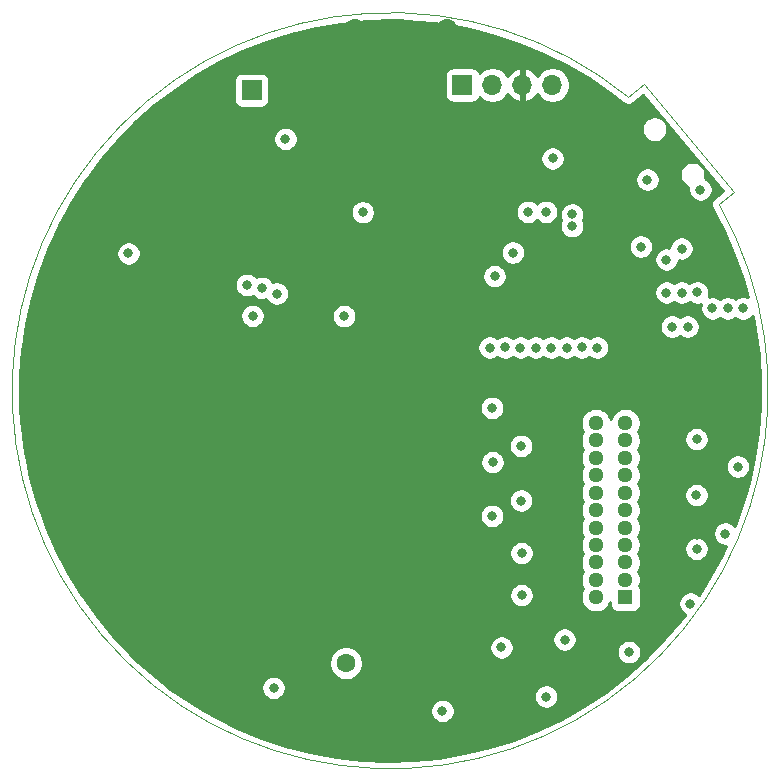
<source format=gbr>
G04 #@! TF.GenerationSoftware,KiCad,Pcbnew,(5.1.5)-3*
G04 #@! TF.CreationDate,2021-12-17T23:07:34-08:00*
G04 #@! TF.ProjectId,watch_v1,77617463-685f-4763-912e-6b696361645f,rev?*
G04 #@! TF.SameCoordinates,Original*
G04 #@! TF.FileFunction,Copper,L2,Inr*
G04 #@! TF.FilePolarity,Positive*
%FSLAX46Y46*%
G04 Gerber Fmt 4.6, Leading zero omitted, Abs format (unit mm)*
G04 Created by KiCad (PCBNEW (5.1.5)-3) date 2021-12-17 23:07:34*
%MOMM*%
%LPD*%
G04 APERTURE LIST*
%ADD10C,0.050000*%
%ADD11O,1.300000X1.300000*%
%ADD12R,1.300000X1.300000*%
%ADD13O,1.700000X1.700000*%
%ADD14R,1.700000X1.700000*%
%ADD15C,5.000000*%
%ADD16C,0.800000*%
%ADD17C,1.600200*%
%ADD18C,0.254000*%
G04 APERTURE END LIST*
D10*
X155752624Y-53294380D02*
G75*
G02X148089479Y-44241041I-27838224J-15793620D01*
G01*
X155752800Y-53294280D02*
X157038040Y-52242720D01*
X149407880Y-43159680D02*
X157038040Y-52242720D01*
X148089480Y-44241040D02*
X149407880Y-43159680D01*
D11*
X145333360Y-71823360D03*
X147833360Y-71823360D03*
X145333360Y-73298360D03*
X147833360Y-73298360D03*
X145333360Y-74773360D03*
X147833360Y-74773360D03*
X145333360Y-76248360D03*
X147833360Y-76248360D03*
X145333360Y-77723360D03*
X147833360Y-77723360D03*
X145333360Y-79198360D03*
X147833360Y-79198360D03*
X145333360Y-80673360D03*
X147833360Y-80673360D03*
X145333360Y-82148360D03*
X147833360Y-82148360D03*
X145333360Y-83623360D03*
X147833360Y-83623360D03*
X145333360Y-85098360D03*
X147833360Y-85098360D03*
X145333360Y-86573360D03*
D12*
X147833360Y-86573360D03*
D13*
X141655800Y-43205400D03*
X139115800Y-43205400D03*
X136575800Y-43205400D03*
D14*
X134035800Y-43205400D03*
D13*
X118719600Y-43637200D03*
D14*
X116179600Y-43637200D03*
D15*
X100787200Y-60568840D03*
D16*
X115786400Y-60128400D03*
X125590800Y-53981600D03*
D17*
X120617480Y-67281040D03*
X123157480Y-77451200D03*
X120617480Y-77451200D03*
X123157480Y-67281040D03*
X124857260Y-45229520D03*
X127397260Y-45229520D03*
X129937260Y-45229520D03*
X100190040Y-67628020D03*
X100190040Y-65088020D03*
X100190040Y-70168020D03*
X100134160Y-75715380D03*
X100134160Y-80795380D03*
X100134160Y-78255380D03*
X105601000Y-50705000D03*
X102425240Y-67628020D03*
X102425240Y-65088020D03*
X102425240Y-70168020D03*
X110173000Y-45701200D03*
X102369360Y-80795380D03*
X102369360Y-78255380D03*
X102369360Y-75715380D03*
X113119400Y-67281040D03*
X115659400Y-67281040D03*
X113119400Y-77451200D03*
X115659400Y-77451200D03*
X107610140Y-58713620D03*
X107610140Y-56173620D03*
X107836200Y-50705000D03*
X107836200Y-48165000D03*
D16*
X121298200Y-52991000D03*
X121298200Y-55531000D03*
X119723400Y-60560200D03*
X121272800Y-58045600D03*
X139688000Y-52496400D03*
X149533360Y-55026560D03*
X147711160Y-65923160D03*
X146771360Y-66553080D03*
X143459200Y-69946520D03*
X155366720Y-82031840D03*
X155366720Y-83185000D03*
X153857960Y-81285080D03*
X152166320Y-88463120D03*
X155635960Y-76916280D03*
X156707840Y-76880720D03*
X157784800Y-76865480D03*
D17*
X157058360Y-71104760D03*
X157104080Y-65831720D03*
X145491200Y-47081440D03*
X145491200Y-44653200D03*
D16*
X138181080Y-74777600D03*
X138165840Y-79375000D03*
X128315720Y-49443640D03*
X128325880Y-50601880D03*
X150174960Y-85542120D03*
X151480520Y-89275920D03*
X125436480Y-50295960D03*
X151246840Y-48895000D03*
X147873720Y-49687480D03*
X146161760Y-93385640D03*
X147228560Y-92471240D03*
D17*
X124907040Y-38384480D03*
X128818640Y-38384480D03*
X132730240Y-38384480D03*
D16*
X105753400Y-57461400D03*
X117056400Y-60382400D03*
X118326400Y-60865000D03*
X118047000Y-94240600D03*
X116269000Y-62744600D03*
X124021080Y-62780160D03*
X149138640Y-56896000D03*
X143316960Y-55158640D03*
X151303596Y-57987324D03*
X143322040Y-54157880D03*
X152587960Y-57058560D03*
X141086840Y-53954680D03*
X149697440Y-51226720D03*
X139562840Y-53954680D03*
X154172920Y-52054760D03*
X132339960Y-96204160D03*
X136753600Y-59395360D03*
X141674600Y-49428400D03*
X119049800Y-47777400D03*
D17*
X124170440Y-92166440D03*
D16*
X141538920Y-65435520D03*
X139009080Y-78399600D03*
X156286160Y-81193680D03*
X152608240Y-60787320D03*
X142849560Y-65445680D03*
X136580920Y-75143320D03*
X136342080Y-65435520D03*
X142680640Y-90169960D03*
X153847840Y-77922160D03*
X151292520Y-60787320D03*
X157789840Y-62113200D03*
X141123120Y-94985480D03*
X137647640Y-65430440D03*
X139034480Y-86405680D03*
X144144960Y-65425360D03*
X138998920Y-73756480D03*
X148122600Y-91227960D03*
X156499520Y-62113200D03*
X157342880Y-75524400D03*
X153096878Y-63672720D03*
X145445440Y-65445680D03*
X136555520Y-70535760D03*
X138943040Y-65440600D03*
X139034480Y-82834440D03*
X153852920Y-73197760D03*
X151775160Y-63672720D03*
X153334680Y-87116960D03*
X155204120Y-62118280D03*
X140238440Y-65440600D03*
X136545360Y-79689920D03*
X153858000Y-82484000D03*
X153908720Y-60772080D03*
X137327640Y-90830400D03*
X138292840Y-57404000D03*
D18*
G36*
X130336797Y-37835813D02*
G01*
X132510936Y-38080920D01*
X134662679Y-38477088D01*
X136781552Y-39022392D01*
X138857227Y-39714174D01*
X140879584Y-40549059D01*
X142838783Y-41522986D01*
X144725263Y-42631204D01*
X146533072Y-43870529D01*
X147652279Y-44737235D01*
X147668611Y-44753576D01*
X147722714Y-44789748D01*
X147722765Y-44789785D01*
X147722818Y-44789818D01*
X147776689Y-44825835D01*
X147896786Y-44875621D01*
X148024290Y-44901020D01*
X148154298Y-44901057D01*
X148281815Y-44875730D01*
X148401941Y-44826012D01*
X148482969Y-44771904D01*
X149322089Y-44083653D01*
X156102630Y-52155296D01*
X155309773Y-52803998D01*
X155281696Y-52831991D01*
X155281332Y-52832337D01*
X155281160Y-52832525D01*
X155240774Y-52872790D01*
X155168384Y-52980780D01*
X155118453Y-53100818D01*
X155108254Y-53151692D01*
X155108100Y-53152292D01*
X155107716Y-53154378D01*
X155092899Y-53228290D01*
X155092814Y-53285378D01*
X155092643Y-53289401D01*
X155092799Y-53295113D01*
X155092705Y-53358298D01*
X155104968Y-53420434D01*
X155106029Y-53426728D01*
X155107024Y-53430852D01*
X155117878Y-53485846D01*
X155145994Y-53554013D01*
X155147677Y-53558270D01*
X155148207Y-53559378D01*
X155167450Y-53606032D01*
X155182938Y-53629287D01*
X156190787Y-55559765D01*
X157065590Y-57565185D01*
X157798366Y-59626726D01*
X158229754Y-61175143D01*
X158091738Y-61117974D01*
X157891779Y-61078200D01*
X157687901Y-61078200D01*
X157487942Y-61117974D01*
X157299584Y-61195995D01*
X157144680Y-61299498D01*
X156989776Y-61195995D01*
X156801418Y-61117974D01*
X156601459Y-61078200D01*
X156397581Y-61078200D01*
X156197622Y-61117974D01*
X156009264Y-61195995D01*
X155848019Y-61303735D01*
X155694376Y-61201075D01*
X155506018Y-61123054D01*
X155306059Y-61083280D01*
X155102181Y-61083280D01*
X154902222Y-61123054D01*
X154879765Y-61132356D01*
X154903946Y-61073978D01*
X154943720Y-60874019D01*
X154943720Y-60670141D01*
X154903946Y-60470182D01*
X154825925Y-60281824D01*
X154712657Y-60112306D01*
X154568494Y-59968143D01*
X154398976Y-59854875D01*
X154210618Y-59776854D01*
X154010659Y-59737080D01*
X153806781Y-59737080D01*
X153606822Y-59776854D01*
X153418464Y-59854875D01*
X153248946Y-59968143D01*
X153247448Y-59969641D01*
X153098496Y-59870115D01*
X152910138Y-59792094D01*
X152710179Y-59752320D01*
X152506301Y-59752320D01*
X152306342Y-59792094D01*
X152117984Y-59870115D01*
X151950380Y-59982104D01*
X151782776Y-59870115D01*
X151594418Y-59792094D01*
X151394459Y-59752320D01*
X151190581Y-59752320D01*
X150990622Y-59792094D01*
X150802264Y-59870115D01*
X150632746Y-59983383D01*
X150488583Y-60127546D01*
X150375315Y-60297064D01*
X150297294Y-60485422D01*
X150257520Y-60685381D01*
X150257520Y-60889259D01*
X150297294Y-61089218D01*
X150375315Y-61277576D01*
X150488583Y-61447094D01*
X150632746Y-61591257D01*
X150802264Y-61704525D01*
X150990622Y-61782546D01*
X151190581Y-61822320D01*
X151394459Y-61822320D01*
X151594418Y-61782546D01*
X151782776Y-61704525D01*
X151950380Y-61592536D01*
X152117984Y-61704525D01*
X152306342Y-61782546D01*
X152506301Y-61822320D01*
X152710179Y-61822320D01*
X152910138Y-61782546D01*
X153098496Y-61704525D01*
X153268014Y-61591257D01*
X153269512Y-61589759D01*
X153418464Y-61689285D01*
X153606822Y-61767306D01*
X153806781Y-61807080D01*
X154010659Y-61807080D01*
X154210618Y-61767306D01*
X154233075Y-61758004D01*
X154208894Y-61816382D01*
X154169120Y-62016341D01*
X154169120Y-62220219D01*
X154208894Y-62420178D01*
X154286915Y-62608536D01*
X154400183Y-62778054D01*
X154544346Y-62922217D01*
X154713864Y-63035485D01*
X154902222Y-63113506D01*
X155102181Y-63153280D01*
X155306059Y-63153280D01*
X155506018Y-63113506D01*
X155694376Y-63035485D01*
X155855621Y-62927745D01*
X156009264Y-63030405D01*
X156197622Y-63108426D01*
X156397581Y-63148200D01*
X156601459Y-63148200D01*
X156801418Y-63108426D01*
X156989776Y-63030405D01*
X157144680Y-62926902D01*
X157299584Y-63030405D01*
X157487942Y-63108426D01*
X157687901Y-63148200D01*
X157891779Y-63148200D01*
X158091738Y-63108426D01*
X158280096Y-63030405D01*
X158449614Y-62917137D01*
X158593777Y-62772974D01*
X158597119Y-62767973D01*
X158824295Y-63877855D01*
X159112440Y-66046706D01*
X159248593Y-68230390D01*
X159232089Y-70418236D01*
X159063009Y-72599598D01*
X158742175Y-74763866D01*
X158271149Y-76900489D01*
X157652237Y-78999017D01*
X157083056Y-80526865D01*
X156945934Y-80389743D01*
X156776416Y-80276475D01*
X156588058Y-80198454D01*
X156388099Y-80158680D01*
X156184221Y-80158680D01*
X155984262Y-80198454D01*
X155795904Y-80276475D01*
X155626386Y-80389743D01*
X155482223Y-80533906D01*
X155368955Y-80703424D01*
X155290934Y-80891782D01*
X155251160Y-81091741D01*
X155251160Y-81295619D01*
X155290934Y-81495578D01*
X155368955Y-81683936D01*
X155482223Y-81853454D01*
X155626386Y-81997617D01*
X155795904Y-82110885D01*
X155984262Y-82188906D01*
X156184221Y-82228680D01*
X156352640Y-82228680D01*
X155983472Y-83041293D01*
X154941777Y-84965280D01*
X154050072Y-86368641D01*
X153994454Y-86313023D01*
X153824936Y-86199755D01*
X153636578Y-86121734D01*
X153436619Y-86081960D01*
X153232741Y-86081960D01*
X153032782Y-86121734D01*
X152844424Y-86199755D01*
X152674906Y-86313023D01*
X152530743Y-86457186D01*
X152417475Y-86626704D01*
X152339454Y-86815062D01*
X152299680Y-87015021D01*
X152299680Y-87218899D01*
X152339454Y-87418858D01*
X152417475Y-87607216D01*
X152530743Y-87776734D01*
X152674906Y-87920897D01*
X152844424Y-88034165D01*
X152861127Y-88041084D01*
X152469051Y-88572257D01*
X151050078Y-90237648D01*
X149518403Y-91799984D01*
X147881462Y-93251683D01*
X146147253Y-94585652D01*
X144324221Y-95795395D01*
X142421228Y-96875031D01*
X140447558Y-97819291D01*
X138412839Y-98623571D01*
X136326967Y-99283958D01*
X134200117Y-99797232D01*
X132042630Y-100160896D01*
X129865045Y-100373174D01*
X127677939Y-100433036D01*
X125492003Y-100340187D01*
X123317864Y-100095080D01*
X121166124Y-99698912D01*
X119047235Y-99153604D01*
X116971577Y-98461828D01*
X114949211Y-97626938D01*
X112990017Y-96653014D01*
X112052422Y-96102221D01*
X131304960Y-96102221D01*
X131304960Y-96306099D01*
X131344734Y-96506058D01*
X131422755Y-96694416D01*
X131536023Y-96863934D01*
X131680186Y-97008097D01*
X131849704Y-97121365D01*
X132038062Y-97199386D01*
X132238021Y-97239160D01*
X132441899Y-97239160D01*
X132641858Y-97199386D01*
X132830216Y-97121365D01*
X132999734Y-97008097D01*
X133143897Y-96863934D01*
X133257165Y-96694416D01*
X133335186Y-96506058D01*
X133374960Y-96306099D01*
X133374960Y-96102221D01*
X133335186Y-95902262D01*
X133257165Y-95713904D01*
X133143897Y-95544386D01*
X132999734Y-95400223D01*
X132830216Y-95286955D01*
X132641858Y-95208934D01*
X132441899Y-95169160D01*
X132238021Y-95169160D01*
X132038062Y-95208934D01*
X131849704Y-95286955D01*
X131680186Y-95400223D01*
X131536023Y-95544386D01*
X131422755Y-95713904D01*
X131344734Y-95902262D01*
X131304960Y-96102221D01*
X112052422Y-96102221D01*
X111103547Y-95544802D01*
X109298956Y-94307683D01*
X109085950Y-94138661D01*
X117012000Y-94138661D01*
X117012000Y-94342539D01*
X117051774Y-94542498D01*
X117129795Y-94730856D01*
X117243063Y-94900374D01*
X117387226Y-95044537D01*
X117556744Y-95157805D01*
X117745102Y-95235826D01*
X117945061Y-95275600D01*
X118148939Y-95275600D01*
X118348898Y-95235826D01*
X118537256Y-95157805D01*
X118706774Y-95044537D01*
X118850937Y-94900374D01*
X118862184Y-94883541D01*
X140088120Y-94883541D01*
X140088120Y-95087419D01*
X140127894Y-95287378D01*
X140205915Y-95475736D01*
X140319183Y-95645254D01*
X140463346Y-95789417D01*
X140632864Y-95902685D01*
X140821222Y-95980706D01*
X141021181Y-96020480D01*
X141225059Y-96020480D01*
X141425018Y-95980706D01*
X141613376Y-95902685D01*
X141782894Y-95789417D01*
X141927057Y-95645254D01*
X142040325Y-95475736D01*
X142118346Y-95287378D01*
X142158120Y-95087419D01*
X142158120Y-94883541D01*
X142118346Y-94683582D01*
X142040325Y-94495224D01*
X141927057Y-94325706D01*
X141782894Y-94181543D01*
X141613376Y-94068275D01*
X141425018Y-93990254D01*
X141225059Y-93950480D01*
X141021181Y-93950480D01*
X140821222Y-93990254D01*
X140632864Y-94068275D01*
X140463346Y-94181543D01*
X140319183Y-94325706D01*
X140205915Y-94495224D01*
X140127894Y-94683582D01*
X140088120Y-94883541D01*
X118862184Y-94883541D01*
X118964205Y-94730856D01*
X119042226Y-94542498D01*
X119082000Y-94342539D01*
X119082000Y-94138661D01*
X119042226Y-93938702D01*
X118964205Y-93750344D01*
X118850937Y-93580826D01*
X118706774Y-93436663D01*
X118537256Y-93323395D01*
X118348898Y-93245374D01*
X118148939Y-93205600D01*
X117945061Y-93205600D01*
X117745102Y-93245374D01*
X117556744Y-93323395D01*
X117387226Y-93436663D01*
X117243063Y-93580826D01*
X117129795Y-93750344D01*
X117051774Y-93938702D01*
X117012000Y-94138661D01*
X109085950Y-94138661D01*
X107585070Y-92947705D01*
X106575824Y-92025095D01*
X122735340Y-92025095D01*
X122735340Y-92307785D01*
X122790490Y-92585043D01*
X122898671Y-92846215D01*
X123055725Y-93081263D01*
X123255617Y-93281155D01*
X123490665Y-93438209D01*
X123751837Y-93546390D01*
X124029095Y-93601540D01*
X124311785Y-93601540D01*
X124589043Y-93546390D01*
X124850215Y-93438209D01*
X125085263Y-93281155D01*
X125285155Y-93081263D01*
X125442209Y-92846215D01*
X125550390Y-92585043D01*
X125605540Y-92307785D01*
X125605540Y-92025095D01*
X125550390Y-91747837D01*
X125442209Y-91486665D01*
X125285155Y-91251617D01*
X125085263Y-91051725D01*
X124850215Y-90894671D01*
X124589043Y-90786490D01*
X124311785Y-90731340D01*
X124029095Y-90731340D01*
X123751837Y-90786490D01*
X123490665Y-90894671D01*
X123255617Y-91051725D01*
X123055725Y-91251617D01*
X122898671Y-91486665D01*
X122790490Y-91747837D01*
X122735340Y-92025095D01*
X106575824Y-92025095D01*
X105970213Y-91471472D01*
X105263449Y-90728461D01*
X136292640Y-90728461D01*
X136292640Y-90932339D01*
X136332414Y-91132298D01*
X136410435Y-91320656D01*
X136523703Y-91490174D01*
X136667866Y-91634337D01*
X136837384Y-91747605D01*
X137025742Y-91825626D01*
X137225701Y-91865400D01*
X137429579Y-91865400D01*
X137629538Y-91825626D01*
X137817896Y-91747605D01*
X137987414Y-91634337D01*
X138131577Y-91490174D01*
X138244845Y-91320656D01*
X138322866Y-91132298D01*
X138362640Y-90932339D01*
X138362640Y-90728461D01*
X138322866Y-90528502D01*
X138244845Y-90340144D01*
X138131577Y-90170626D01*
X138028972Y-90068021D01*
X141645640Y-90068021D01*
X141645640Y-90271899D01*
X141685414Y-90471858D01*
X141763435Y-90660216D01*
X141876703Y-90829734D01*
X142020866Y-90973897D01*
X142190384Y-91087165D01*
X142378742Y-91165186D01*
X142578701Y-91204960D01*
X142782579Y-91204960D01*
X142982538Y-91165186D01*
X143077089Y-91126021D01*
X147087600Y-91126021D01*
X147087600Y-91329899D01*
X147127374Y-91529858D01*
X147205395Y-91718216D01*
X147318663Y-91887734D01*
X147462826Y-92031897D01*
X147632344Y-92145165D01*
X147820702Y-92223186D01*
X148020661Y-92262960D01*
X148224539Y-92262960D01*
X148424498Y-92223186D01*
X148612856Y-92145165D01*
X148782374Y-92031897D01*
X148926537Y-91887734D01*
X149039805Y-91718216D01*
X149117826Y-91529858D01*
X149157600Y-91329899D01*
X149157600Y-91126021D01*
X149117826Y-90926062D01*
X149039805Y-90737704D01*
X148926537Y-90568186D01*
X148782374Y-90424023D01*
X148612856Y-90310755D01*
X148424498Y-90232734D01*
X148224539Y-90192960D01*
X148020661Y-90192960D01*
X147820702Y-90232734D01*
X147632344Y-90310755D01*
X147462826Y-90424023D01*
X147318663Y-90568186D01*
X147205395Y-90737704D01*
X147127374Y-90926062D01*
X147087600Y-91126021D01*
X143077089Y-91126021D01*
X143170896Y-91087165D01*
X143340414Y-90973897D01*
X143484577Y-90829734D01*
X143597845Y-90660216D01*
X143675866Y-90471858D01*
X143715640Y-90271899D01*
X143715640Y-90068021D01*
X143675866Y-89868062D01*
X143597845Y-89679704D01*
X143484577Y-89510186D01*
X143340414Y-89366023D01*
X143170896Y-89252755D01*
X142982538Y-89174734D01*
X142782579Y-89134960D01*
X142578701Y-89134960D01*
X142378742Y-89174734D01*
X142190384Y-89252755D01*
X142020866Y-89366023D01*
X141876703Y-89510186D01*
X141763435Y-89679704D01*
X141685414Y-89868062D01*
X141645640Y-90068021D01*
X138028972Y-90068021D01*
X137987414Y-90026463D01*
X137817896Y-89913195D01*
X137629538Y-89835174D01*
X137429579Y-89795400D01*
X137225701Y-89795400D01*
X137025742Y-89835174D01*
X136837384Y-89913195D01*
X136667866Y-90026463D01*
X136523703Y-90170626D01*
X136410435Y-90340144D01*
X136332414Y-90528502D01*
X136292640Y-90728461D01*
X105263449Y-90728461D01*
X104462282Y-89886206D01*
X103068595Y-88199597D01*
X101795970Y-86419900D01*
X101724599Y-86303741D01*
X137999480Y-86303741D01*
X137999480Y-86507619D01*
X138039254Y-86707578D01*
X138117275Y-86895936D01*
X138230543Y-87065454D01*
X138374706Y-87209617D01*
X138544224Y-87322885D01*
X138732582Y-87400906D01*
X138932541Y-87440680D01*
X139136419Y-87440680D01*
X139336378Y-87400906D01*
X139524736Y-87322885D01*
X139694254Y-87209617D01*
X139838417Y-87065454D01*
X139951685Y-86895936D01*
X140029706Y-86707578D01*
X140069480Y-86507619D01*
X140069480Y-86303741D01*
X140029706Y-86103782D01*
X139951685Y-85915424D01*
X139838417Y-85745906D01*
X139694254Y-85601743D01*
X139524736Y-85488475D01*
X139336378Y-85410454D01*
X139136419Y-85370680D01*
X138932541Y-85370680D01*
X138732582Y-85410454D01*
X138544224Y-85488475D01*
X138374706Y-85601743D01*
X138230543Y-85745906D01*
X138117275Y-85915424D01*
X138039254Y-86103782D01*
X137999480Y-86303741D01*
X101724599Y-86303741D01*
X100650576Y-84555742D01*
X99698713Y-82732501D01*
X137999480Y-82732501D01*
X137999480Y-82936379D01*
X138039254Y-83136338D01*
X138117275Y-83324696D01*
X138230543Y-83494214D01*
X138374706Y-83638377D01*
X138544224Y-83751645D01*
X138732582Y-83829666D01*
X138932541Y-83869440D01*
X139136419Y-83869440D01*
X139336378Y-83829666D01*
X139524736Y-83751645D01*
X139694254Y-83638377D01*
X139838417Y-83494214D01*
X139951685Y-83324696D01*
X140029706Y-83136338D01*
X140069480Y-82936379D01*
X140069480Y-82732501D01*
X140029706Y-82532542D01*
X139951685Y-82344184D01*
X139838417Y-82174666D01*
X139694254Y-82030503D01*
X139524736Y-81917235D01*
X139336378Y-81839214D01*
X139136419Y-81799440D01*
X138932541Y-81799440D01*
X138732582Y-81839214D01*
X138544224Y-81917235D01*
X138374706Y-82030503D01*
X138230543Y-82174666D01*
X138117275Y-82344184D01*
X138039254Y-82532542D01*
X137999480Y-82732501D01*
X99698713Y-82732501D01*
X99638013Y-82616235D01*
X98763212Y-80610820D01*
X98399644Y-79587981D01*
X135510360Y-79587981D01*
X135510360Y-79791859D01*
X135550134Y-79991818D01*
X135628155Y-80180176D01*
X135741423Y-80349694D01*
X135885586Y-80493857D01*
X136055104Y-80607125D01*
X136243462Y-80685146D01*
X136443421Y-80724920D01*
X136647299Y-80724920D01*
X136847258Y-80685146D01*
X137035616Y-80607125D01*
X137205134Y-80493857D01*
X137349297Y-80349694D01*
X137462565Y-80180176D01*
X137540586Y-79991818D01*
X137580360Y-79791859D01*
X137580360Y-79587981D01*
X137540586Y-79388022D01*
X137462565Y-79199664D01*
X137349297Y-79030146D01*
X137205134Y-78885983D01*
X137035616Y-78772715D01*
X136847258Y-78694694D01*
X136647299Y-78654920D01*
X136443421Y-78654920D01*
X136243462Y-78694694D01*
X136055104Y-78772715D01*
X135885586Y-78885983D01*
X135741423Y-79030146D01*
X135628155Y-79199664D01*
X135550134Y-79388022D01*
X135510360Y-79587981D01*
X98399644Y-79587981D01*
X98030434Y-78549274D01*
X97960335Y-78297661D01*
X137974080Y-78297661D01*
X137974080Y-78501539D01*
X138013854Y-78701498D01*
X138091875Y-78889856D01*
X138205143Y-79059374D01*
X138349306Y-79203537D01*
X138518824Y-79316805D01*
X138707182Y-79394826D01*
X138907141Y-79434600D01*
X139111019Y-79434600D01*
X139310978Y-79394826D01*
X139499336Y-79316805D01*
X139668854Y-79203537D01*
X139813017Y-79059374D01*
X139926285Y-78889856D01*
X140004306Y-78701498D01*
X140044080Y-78501539D01*
X140044080Y-78297661D01*
X140004306Y-78097702D01*
X139926285Y-77909344D01*
X139813017Y-77739826D01*
X139668854Y-77595663D01*
X139499336Y-77482395D01*
X139310978Y-77404374D01*
X139111019Y-77364600D01*
X138907141Y-77364600D01*
X138707182Y-77404374D01*
X138518824Y-77482395D01*
X138349306Y-77595663D01*
X138205143Y-77739826D01*
X138091875Y-77909344D01*
X138013854Y-78097702D01*
X137974080Y-78297661D01*
X97960335Y-78297661D01*
X97443239Y-76441605D01*
X97156635Y-75041381D01*
X135545920Y-75041381D01*
X135545920Y-75245259D01*
X135585694Y-75445218D01*
X135663715Y-75633576D01*
X135776983Y-75803094D01*
X135921146Y-75947257D01*
X136090664Y-76060525D01*
X136279022Y-76138546D01*
X136478981Y-76178320D01*
X136682859Y-76178320D01*
X136882818Y-76138546D01*
X137071176Y-76060525D01*
X137240694Y-75947257D01*
X137384857Y-75803094D01*
X137498125Y-75633576D01*
X137576146Y-75445218D01*
X137615920Y-75245259D01*
X137615920Y-75041381D01*
X137576146Y-74841422D01*
X137498125Y-74653064D01*
X137384857Y-74483546D01*
X137240694Y-74339383D01*
X137071176Y-74226115D01*
X136882818Y-74148094D01*
X136682859Y-74108320D01*
X136478981Y-74108320D01*
X136279022Y-74148094D01*
X136090664Y-74226115D01*
X135921146Y-74339383D01*
X135776983Y-74483546D01*
X135663715Y-74653064D01*
X135585694Y-74841422D01*
X135545920Y-75041381D01*
X97156635Y-75041381D01*
X97004505Y-74298145D01*
X96918999Y-73654541D01*
X137963920Y-73654541D01*
X137963920Y-73858419D01*
X138003694Y-74058378D01*
X138081715Y-74246736D01*
X138194983Y-74416254D01*
X138339146Y-74560417D01*
X138508664Y-74673685D01*
X138697022Y-74751706D01*
X138896981Y-74791480D01*
X139100859Y-74791480D01*
X139300818Y-74751706D01*
X139489176Y-74673685D01*
X139658694Y-74560417D01*
X139802857Y-74416254D01*
X139916125Y-74246736D01*
X139994146Y-74058378D01*
X140033920Y-73858419D01*
X140033920Y-73654541D01*
X139994146Y-73454582D01*
X139916125Y-73266224D01*
X139802857Y-73096706D01*
X139658694Y-72952543D01*
X139489176Y-72839275D01*
X139300818Y-72761254D01*
X139100859Y-72721480D01*
X138896981Y-72721480D01*
X138697022Y-72761254D01*
X138508664Y-72839275D01*
X138339146Y-72952543D01*
X138194983Y-73096706D01*
X138081715Y-73266224D01*
X138003694Y-73454582D01*
X137963920Y-73654541D01*
X96918999Y-73654541D01*
X96716360Y-72129296D01*
X96689394Y-71696799D01*
X144048360Y-71696799D01*
X144048360Y-71949921D01*
X144097741Y-72198181D01*
X144194607Y-72432036D01*
X144280685Y-72560860D01*
X144194607Y-72689684D01*
X144097741Y-72923539D01*
X144048360Y-73171799D01*
X144048360Y-73424921D01*
X144097741Y-73673181D01*
X144194607Y-73907036D01*
X144280685Y-74035860D01*
X144194607Y-74164684D01*
X144097741Y-74398539D01*
X144048360Y-74646799D01*
X144048360Y-74899921D01*
X144097741Y-75148181D01*
X144194607Y-75382036D01*
X144280685Y-75510860D01*
X144194607Y-75639684D01*
X144097741Y-75873539D01*
X144048360Y-76121799D01*
X144048360Y-76374921D01*
X144097741Y-76623181D01*
X144194607Y-76857036D01*
X144280685Y-76985860D01*
X144194607Y-77114684D01*
X144097741Y-77348539D01*
X144048360Y-77596799D01*
X144048360Y-77849921D01*
X144097741Y-78098181D01*
X144194607Y-78332036D01*
X144280685Y-78460860D01*
X144194607Y-78589684D01*
X144097741Y-78823539D01*
X144048360Y-79071799D01*
X144048360Y-79324921D01*
X144097741Y-79573181D01*
X144194607Y-79807036D01*
X144280685Y-79935860D01*
X144194607Y-80064684D01*
X144097741Y-80298539D01*
X144048360Y-80546799D01*
X144048360Y-80799921D01*
X144097741Y-81048181D01*
X144194607Y-81282036D01*
X144280685Y-81410860D01*
X144194607Y-81539684D01*
X144097741Y-81773539D01*
X144048360Y-82021799D01*
X144048360Y-82274921D01*
X144097741Y-82523181D01*
X144194607Y-82757036D01*
X144280685Y-82885860D01*
X144194607Y-83014684D01*
X144097741Y-83248539D01*
X144048360Y-83496799D01*
X144048360Y-83749921D01*
X144097741Y-83998181D01*
X144194607Y-84232036D01*
X144280685Y-84360860D01*
X144194607Y-84489684D01*
X144097741Y-84723539D01*
X144048360Y-84971799D01*
X144048360Y-85224921D01*
X144097741Y-85473181D01*
X144194607Y-85707036D01*
X144280685Y-85835860D01*
X144194607Y-85964684D01*
X144097741Y-86198539D01*
X144048360Y-86446799D01*
X144048360Y-86699921D01*
X144097741Y-86948181D01*
X144194607Y-87182036D01*
X144335235Y-87392500D01*
X144514220Y-87571485D01*
X144724684Y-87712113D01*
X144958539Y-87808979D01*
X145206799Y-87858360D01*
X145459921Y-87858360D01*
X145708181Y-87808979D01*
X145942036Y-87712113D01*
X146152500Y-87571485D01*
X146331485Y-87392500D01*
X146472113Y-87182036D01*
X146545288Y-87005376D01*
X146545288Y-87223360D01*
X146557548Y-87347842D01*
X146593858Y-87467540D01*
X146652823Y-87577854D01*
X146732175Y-87674545D01*
X146828866Y-87753897D01*
X146939180Y-87812862D01*
X147058878Y-87849172D01*
X147183360Y-87861432D01*
X148483360Y-87861432D01*
X148607842Y-87849172D01*
X148727540Y-87812862D01*
X148837854Y-87753897D01*
X148934545Y-87674545D01*
X149013897Y-87577854D01*
X149072862Y-87467540D01*
X149109172Y-87347842D01*
X149121432Y-87223360D01*
X149121432Y-85923360D01*
X149109172Y-85798878D01*
X149072862Y-85679180D01*
X149022600Y-85585149D01*
X149068979Y-85473181D01*
X149118360Y-85224921D01*
X149118360Y-84971799D01*
X149068979Y-84723539D01*
X148972113Y-84489684D01*
X148886035Y-84360860D01*
X148972113Y-84232036D01*
X149068979Y-83998181D01*
X149118360Y-83749921D01*
X149118360Y-83496799D01*
X149068979Y-83248539D01*
X148972113Y-83014684D01*
X148886035Y-82885860D01*
X148972113Y-82757036D01*
X149068979Y-82523181D01*
X149097048Y-82382061D01*
X152823000Y-82382061D01*
X152823000Y-82585939D01*
X152862774Y-82785898D01*
X152940795Y-82974256D01*
X153054063Y-83143774D01*
X153198226Y-83287937D01*
X153367744Y-83401205D01*
X153556102Y-83479226D01*
X153756061Y-83519000D01*
X153959939Y-83519000D01*
X154159898Y-83479226D01*
X154348256Y-83401205D01*
X154517774Y-83287937D01*
X154661937Y-83143774D01*
X154775205Y-82974256D01*
X154853226Y-82785898D01*
X154893000Y-82585939D01*
X154893000Y-82382061D01*
X154853226Y-82182102D01*
X154775205Y-81993744D01*
X154661937Y-81824226D01*
X154517774Y-81680063D01*
X154348256Y-81566795D01*
X154159898Y-81488774D01*
X153959939Y-81449000D01*
X153756061Y-81449000D01*
X153556102Y-81488774D01*
X153367744Y-81566795D01*
X153198226Y-81680063D01*
X153054063Y-81824226D01*
X152940795Y-81993744D01*
X152862774Y-82182102D01*
X152823000Y-82382061D01*
X149097048Y-82382061D01*
X149118360Y-82274921D01*
X149118360Y-82021799D01*
X149068979Y-81773539D01*
X148972113Y-81539684D01*
X148886035Y-81410860D01*
X148972113Y-81282036D01*
X149068979Y-81048181D01*
X149118360Y-80799921D01*
X149118360Y-80546799D01*
X149068979Y-80298539D01*
X148972113Y-80064684D01*
X148886035Y-79935860D01*
X148972113Y-79807036D01*
X149068979Y-79573181D01*
X149118360Y-79324921D01*
X149118360Y-79071799D01*
X149068979Y-78823539D01*
X148972113Y-78589684D01*
X148886035Y-78460860D01*
X148972113Y-78332036D01*
X149068979Y-78098181D01*
X149118360Y-77849921D01*
X149118360Y-77820221D01*
X152812840Y-77820221D01*
X152812840Y-78024099D01*
X152852614Y-78224058D01*
X152930635Y-78412416D01*
X153043903Y-78581934D01*
X153188066Y-78726097D01*
X153357584Y-78839365D01*
X153545942Y-78917386D01*
X153745901Y-78957160D01*
X153949779Y-78957160D01*
X154149738Y-78917386D01*
X154338096Y-78839365D01*
X154507614Y-78726097D01*
X154651777Y-78581934D01*
X154765045Y-78412416D01*
X154843066Y-78224058D01*
X154882840Y-78024099D01*
X154882840Y-77820221D01*
X154843066Y-77620262D01*
X154765045Y-77431904D01*
X154651777Y-77262386D01*
X154507614Y-77118223D01*
X154338096Y-77004955D01*
X154149738Y-76926934D01*
X153949779Y-76887160D01*
X153745901Y-76887160D01*
X153545942Y-76926934D01*
X153357584Y-77004955D01*
X153188066Y-77118223D01*
X153043903Y-77262386D01*
X152930635Y-77431904D01*
X152852614Y-77620262D01*
X152812840Y-77820221D01*
X149118360Y-77820221D01*
X149118360Y-77596799D01*
X149068979Y-77348539D01*
X148972113Y-77114684D01*
X148886035Y-76985860D01*
X148972113Y-76857036D01*
X149068979Y-76623181D01*
X149118360Y-76374921D01*
X149118360Y-76121799D01*
X149068979Y-75873539D01*
X148972113Y-75639684D01*
X148886035Y-75510860D01*
X148945101Y-75422461D01*
X156307880Y-75422461D01*
X156307880Y-75626339D01*
X156347654Y-75826298D01*
X156425675Y-76014656D01*
X156538943Y-76184174D01*
X156683106Y-76328337D01*
X156852624Y-76441605D01*
X157040982Y-76519626D01*
X157240941Y-76559400D01*
X157444819Y-76559400D01*
X157644778Y-76519626D01*
X157833136Y-76441605D01*
X158002654Y-76328337D01*
X158146817Y-76184174D01*
X158260085Y-76014656D01*
X158338106Y-75826298D01*
X158377880Y-75626339D01*
X158377880Y-75422461D01*
X158338106Y-75222502D01*
X158260085Y-75034144D01*
X158146817Y-74864626D01*
X158002654Y-74720463D01*
X157833136Y-74607195D01*
X157644778Y-74529174D01*
X157444819Y-74489400D01*
X157240941Y-74489400D01*
X157040982Y-74529174D01*
X156852624Y-74607195D01*
X156683106Y-74720463D01*
X156538943Y-74864626D01*
X156425675Y-75034144D01*
X156347654Y-75222502D01*
X156307880Y-75422461D01*
X148945101Y-75422461D01*
X148972113Y-75382036D01*
X149068979Y-75148181D01*
X149118360Y-74899921D01*
X149118360Y-74646799D01*
X149068979Y-74398539D01*
X148972113Y-74164684D01*
X148886035Y-74035860D01*
X148972113Y-73907036D01*
X149068979Y-73673181D01*
X149118360Y-73424921D01*
X149118360Y-73171799D01*
X149103248Y-73095821D01*
X152817920Y-73095821D01*
X152817920Y-73299699D01*
X152857694Y-73499658D01*
X152935715Y-73688016D01*
X153048983Y-73857534D01*
X153193146Y-74001697D01*
X153362664Y-74114965D01*
X153551022Y-74192986D01*
X153750981Y-74232760D01*
X153954859Y-74232760D01*
X154154818Y-74192986D01*
X154343176Y-74114965D01*
X154512694Y-74001697D01*
X154656857Y-73857534D01*
X154770125Y-73688016D01*
X154848146Y-73499658D01*
X154887920Y-73299699D01*
X154887920Y-73095821D01*
X154848146Y-72895862D01*
X154770125Y-72707504D01*
X154656857Y-72537986D01*
X154512694Y-72393823D01*
X154343176Y-72280555D01*
X154154818Y-72202534D01*
X153954859Y-72162760D01*
X153750981Y-72162760D01*
X153551022Y-72202534D01*
X153362664Y-72280555D01*
X153193146Y-72393823D01*
X153048983Y-72537986D01*
X152935715Y-72707504D01*
X152857694Y-72895862D01*
X152817920Y-73095821D01*
X149103248Y-73095821D01*
X149068979Y-72923539D01*
X148972113Y-72689684D01*
X148886035Y-72560860D01*
X148972113Y-72432036D01*
X149068979Y-72198181D01*
X149118360Y-71949921D01*
X149118360Y-71696799D01*
X149068979Y-71448539D01*
X148972113Y-71214684D01*
X148831485Y-71004220D01*
X148652500Y-70825235D01*
X148442036Y-70684607D01*
X148208181Y-70587741D01*
X147959921Y-70538360D01*
X147706799Y-70538360D01*
X147458539Y-70587741D01*
X147224684Y-70684607D01*
X147014220Y-70825235D01*
X146835235Y-71004220D01*
X146694607Y-71214684D01*
X146597741Y-71448539D01*
X146583360Y-71520839D01*
X146568979Y-71448539D01*
X146472113Y-71214684D01*
X146331485Y-71004220D01*
X146152500Y-70825235D01*
X145942036Y-70684607D01*
X145708181Y-70587741D01*
X145459921Y-70538360D01*
X145206799Y-70538360D01*
X144958539Y-70587741D01*
X144724684Y-70684607D01*
X144514220Y-70825235D01*
X144335235Y-71004220D01*
X144194607Y-71214684D01*
X144097741Y-71448539D01*
X144048360Y-71696799D01*
X96689394Y-71696799D01*
X96610647Y-70433821D01*
X135520520Y-70433821D01*
X135520520Y-70637699D01*
X135560294Y-70837658D01*
X135638315Y-71026016D01*
X135751583Y-71195534D01*
X135895746Y-71339697D01*
X136065264Y-71452965D01*
X136253622Y-71530986D01*
X136453581Y-71570760D01*
X136657459Y-71570760D01*
X136857418Y-71530986D01*
X137045776Y-71452965D01*
X137215294Y-71339697D01*
X137359457Y-71195534D01*
X137472725Y-71026016D01*
X137550746Y-70837658D01*
X137590520Y-70637699D01*
X137590520Y-70433821D01*
X137550746Y-70233862D01*
X137472725Y-70045504D01*
X137359457Y-69875986D01*
X137215294Y-69731823D01*
X137045776Y-69618555D01*
X136857418Y-69540534D01*
X136657459Y-69500760D01*
X136453581Y-69500760D01*
X136253622Y-69540534D01*
X136065264Y-69618555D01*
X135895746Y-69731823D01*
X135751583Y-69875986D01*
X135638315Y-70045504D01*
X135560294Y-70233862D01*
X135520520Y-70433821D01*
X96610647Y-70433821D01*
X96580207Y-69945611D01*
X96596711Y-67757763D01*
X96765792Y-65576390D01*
X96801786Y-65333581D01*
X135307080Y-65333581D01*
X135307080Y-65537459D01*
X135346854Y-65737418D01*
X135424875Y-65925776D01*
X135538143Y-66095294D01*
X135682306Y-66239457D01*
X135851824Y-66352725D01*
X136040182Y-66430746D01*
X136240141Y-66470520D01*
X136444019Y-66470520D01*
X136643978Y-66430746D01*
X136832336Y-66352725D01*
X136998661Y-66241590D01*
X137157384Y-66347645D01*
X137345742Y-66425666D01*
X137545701Y-66465440D01*
X137749579Y-66465440D01*
X137949538Y-66425666D01*
X138137896Y-66347645D01*
X138287737Y-66247525D01*
X138452784Y-66357805D01*
X138641142Y-66435826D01*
X138841101Y-66475600D01*
X139044979Y-66475600D01*
X139244938Y-66435826D01*
X139433296Y-66357805D01*
X139590740Y-66252605D01*
X139748184Y-66357805D01*
X139936542Y-66435826D01*
X140136501Y-66475600D01*
X140340379Y-66475600D01*
X140540338Y-66435826D01*
X140728696Y-66357805D01*
X140892481Y-66248367D01*
X141048664Y-66352725D01*
X141237022Y-66430746D01*
X141436981Y-66470520D01*
X141640859Y-66470520D01*
X141840818Y-66430746D01*
X142029176Y-66352725D01*
X142187264Y-66247095D01*
X142189786Y-66249617D01*
X142359304Y-66362885D01*
X142547662Y-66440906D01*
X142747621Y-66480680D01*
X142951499Y-66480680D01*
X143151458Y-66440906D01*
X143339816Y-66362885D01*
X143509334Y-66249617D01*
X143511843Y-66247108D01*
X143654704Y-66342565D01*
X143843062Y-66420586D01*
X144043021Y-66460360D01*
X144246899Y-66460360D01*
X144446858Y-66420586D01*
X144635216Y-66342565D01*
X144781123Y-66245074D01*
X144785666Y-66249617D01*
X144955184Y-66362885D01*
X145143542Y-66440906D01*
X145343501Y-66480680D01*
X145547379Y-66480680D01*
X145747338Y-66440906D01*
X145935696Y-66362885D01*
X146105214Y-66249617D01*
X146249377Y-66105454D01*
X146362645Y-65935936D01*
X146440666Y-65747578D01*
X146480440Y-65547619D01*
X146480440Y-65343741D01*
X146440666Y-65143782D01*
X146362645Y-64955424D01*
X146249377Y-64785906D01*
X146105214Y-64641743D01*
X145935696Y-64528475D01*
X145747338Y-64450454D01*
X145547379Y-64410680D01*
X145343501Y-64410680D01*
X145143542Y-64450454D01*
X144955184Y-64528475D01*
X144809277Y-64625966D01*
X144804734Y-64621423D01*
X144635216Y-64508155D01*
X144446858Y-64430134D01*
X144246899Y-64390360D01*
X144043021Y-64390360D01*
X143843062Y-64430134D01*
X143654704Y-64508155D01*
X143485186Y-64621423D01*
X143482677Y-64623932D01*
X143339816Y-64528475D01*
X143151458Y-64450454D01*
X142951499Y-64410680D01*
X142747621Y-64410680D01*
X142547662Y-64450454D01*
X142359304Y-64528475D01*
X142201216Y-64634105D01*
X142198694Y-64631583D01*
X142029176Y-64518315D01*
X141840818Y-64440294D01*
X141640859Y-64400520D01*
X141436981Y-64400520D01*
X141237022Y-64440294D01*
X141048664Y-64518315D01*
X140884879Y-64627753D01*
X140728696Y-64523395D01*
X140540338Y-64445374D01*
X140340379Y-64405600D01*
X140136501Y-64405600D01*
X139936542Y-64445374D01*
X139748184Y-64523395D01*
X139590740Y-64628595D01*
X139433296Y-64523395D01*
X139244938Y-64445374D01*
X139044979Y-64405600D01*
X138841101Y-64405600D01*
X138641142Y-64445374D01*
X138452784Y-64523395D01*
X138302943Y-64623515D01*
X138137896Y-64513235D01*
X137949538Y-64435214D01*
X137749579Y-64395440D01*
X137545701Y-64395440D01*
X137345742Y-64435214D01*
X137157384Y-64513235D01*
X136991059Y-64624370D01*
X136832336Y-64518315D01*
X136643978Y-64440294D01*
X136444019Y-64400520D01*
X136240141Y-64400520D01*
X136040182Y-64440294D01*
X135851824Y-64518315D01*
X135682306Y-64631583D01*
X135538143Y-64775746D01*
X135424875Y-64945264D01*
X135346854Y-65133622D01*
X135307080Y-65333581D01*
X96801786Y-65333581D01*
X97086624Y-63412137D01*
X97256257Y-62642661D01*
X115234000Y-62642661D01*
X115234000Y-62846539D01*
X115273774Y-63046498D01*
X115351795Y-63234856D01*
X115465063Y-63404374D01*
X115609226Y-63548537D01*
X115778744Y-63661805D01*
X115967102Y-63739826D01*
X116167061Y-63779600D01*
X116370939Y-63779600D01*
X116570898Y-63739826D01*
X116759256Y-63661805D01*
X116928774Y-63548537D01*
X117072937Y-63404374D01*
X117186205Y-63234856D01*
X117264226Y-63046498D01*
X117304000Y-62846539D01*
X117304000Y-62678221D01*
X122986080Y-62678221D01*
X122986080Y-62882099D01*
X123025854Y-63082058D01*
X123103875Y-63270416D01*
X123217143Y-63439934D01*
X123361306Y-63584097D01*
X123530824Y-63697365D01*
X123719182Y-63775386D01*
X123919141Y-63815160D01*
X124123019Y-63815160D01*
X124322978Y-63775386D01*
X124511336Y-63697365D01*
X124680854Y-63584097D01*
X124694170Y-63570781D01*
X150740160Y-63570781D01*
X150740160Y-63774659D01*
X150779934Y-63974618D01*
X150857955Y-64162976D01*
X150971223Y-64332494D01*
X151115386Y-64476657D01*
X151284904Y-64589925D01*
X151473262Y-64667946D01*
X151673221Y-64707720D01*
X151877099Y-64707720D01*
X152077058Y-64667946D01*
X152265416Y-64589925D01*
X152434934Y-64476657D01*
X152436019Y-64475572D01*
X152437104Y-64476657D01*
X152606622Y-64589925D01*
X152794980Y-64667946D01*
X152994939Y-64707720D01*
X153198817Y-64707720D01*
X153398776Y-64667946D01*
X153587134Y-64589925D01*
X153756652Y-64476657D01*
X153900815Y-64332494D01*
X154014083Y-64162976D01*
X154092104Y-63974618D01*
X154131878Y-63774659D01*
X154131878Y-63570781D01*
X154092104Y-63370822D01*
X154014083Y-63182464D01*
X153900815Y-63012946D01*
X153756652Y-62868783D01*
X153587134Y-62755515D01*
X153398776Y-62677494D01*
X153198817Y-62637720D01*
X152994939Y-62637720D01*
X152794980Y-62677494D01*
X152606622Y-62755515D01*
X152437104Y-62868783D01*
X152436019Y-62869868D01*
X152434934Y-62868783D01*
X152265416Y-62755515D01*
X152077058Y-62677494D01*
X151877099Y-62637720D01*
X151673221Y-62637720D01*
X151473262Y-62677494D01*
X151284904Y-62755515D01*
X151115386Y-62868783D01*
X150971223Y-63012946D01*
X150857955Y-63182464D01*
X150779934Y-63370822D01*
X150740160Y-63570781D01*
X124694170Y-63570781D01*
X124825017Y-63439934D01*
X124938285Y-63270416D01*
X125016306Y-63082058D01*
X125056080Y-62882099D01*
X125056080Y-62678221D01*
X125016306Y-62478262D01*
X124938285Y-62289904D01*
X124825017Y-62120386D01*
X124680854Y-61976223D01*
X124511336Y-61862955D01*
X124322978Y-61784934D01*
X124123019Y-61745160D01*
X123919141Y-61745160D01*
X123719182Y-61784934D01*
X123530824Y-61862955D01*
X123361306Y-61976223D01*
X123217143Y-62120386D01*
X123103875Y-62289904D01*
X123025854Y-62478262D01*
X122986080Y-62678221D01*
X117304000Y-62678221D01*
X117304000Y-62642661D01*
X117264226Y-62442702D01*
X117186205Y-62254344D01*
X117072937Y-62084826D01*
X116928774Y-61940663D01*
X116759256Y-61827395D01*
X116570898Y-61749374D01*
X116370939Y-61709600D01*
X116167061Y-61709600D01*
X115967102Y-61749374D01*
X115778744Y-61827395D01*
X115609226Y-61940663D01*
X115465063Y-62084826D01*
X115351795Y-62254344D01*
X115273774Y-62442702D01*
X115234000Y-62642661D01*
X97256257Y-62642661D01*
X97557651Y-61275511D01*
X97926029Y-60026461D01*
X114751400Y-60026461D01*
X114751400Y-60230339D01*
X114791174Y-60430298D01*
X114869195Y-60618656D01*
X114982463Y-60788174D01*
X115126626Y-60932337D01*
X115296144Y-61045605D01*
X115484502Y-61123626D01*
X115684461Y-61163400D01*
X115888339Y-61163400D01*
X116088298Y-61123626D01*
X116261975Y-61051686D01*
X116396626Y-61186337D01*
X116566144Y-61299605D01*
X116754502Y-61377626D01*
X116954461Y-61417400D01*
X117158339Y-61417400D01*
X117358298Y-61377626D01*
X117409869Y-61356264D01*
X117522463Y-61524774D01*
X117666626Y-61668937D01*
X117836144Y-61782205D01*
X118024502Y-61860226D01*
X118224461Y-61900000D01*
X118428339Y-61900000D01*
X118628298Y-61860226D01*
X118816656Y-61782205D01*
X118986174Y-61668937D01*
X119130337Y-61524774D01*
X119243605Y-61355256D01*
X119321626Y-61166898D01*
X119361400Y-60966939D01*
X119361400Y-60763061D01*
X119321626Y-60563102D01*
X119243605Y-60374744D01*
X119130337Y-60205226D01*
X118986174Y-60061063D01*
X118816656Y-59947795D01*
X118628298Y-59869774D01*
X118428339Y-59830000D01*
X118224461Y-59830000D01*
X118024502Y-59869774D01*
X117972931Y-59891136D01*
X117860337Y-59722626D01*
X117716174Y-59578463D01*
X117546656Y-59465195D01*
X117358298Y-59387174D01*
X117158339Y-59347400D01*
X116954461Y-59347400D01*
X116754502Y-59387174D01*
X116580825Y-59459114D01*
X116446174Y-59324463D01*
X116399717Y-59293421D01*
X135718600Y-59293421D01*
X135718600Y-59497299D01*
X135758374Y-59697258D01*
X135836395Y-59885616D01*
X135949663Y-60055134D01*
X136093826Y-60199297D01*
X136263344Y-60312565D01*
X136451702Y-60390586D01*
X136651661Y-60430360D01*
X136855539Y-60430360D01*
X137055498Y-60390586D01*
X137243856Y-60312565D01*
X137413374Y-60199297D01*
X137557537Y-60055134D01*
X137670805Y-59885616D01*
X137748826Y-59697258D01*
X137788600Y-59497299D01*
X137788600Y-59293421D01*
X137748826Y-59093462D01*
X137670805Y-58905104D01*
X137557537Y-58735586D01*
X137413374Y-58591423D01*
X137243856Y-58478155D01*
X137055498Y-58400134D01*
X136855539Y-58360360D01*
X136651661Y-58360360D01*
X136451702Y-58400134D01*
X136263344Y-58478155D01*
X136093826Y-58591423D01*
X135949663Y-58735586D01*
X135836395Y-58905104D01*
X135758374Y-59093462D01*
X135718600Y-59293421D01*
X116399717Y-59293421D01*
X116276656Y-59211195D01*
X116088298Y-59133174D01*
X115888339Y-59093400D01*
X115684461Y-59093400D01*
X115484502Y-59133174D01*
X115296144Y-59211195D01*
X115126626Y-59324463D01*
X114982463Y-59468626D01*
X114869195Y-59638144D01*
X114791174Y-59826502D01*
X114751400Y-60026461D01*
X97926029Y-60026461D01*
X98176563Y-59176983D01*
X98853657Y-57359461D01*
X104718400Y-57359461D01*
X104718400Y-57563339D01*
X104758174Y-57763298D01*
X104836195Y-57951656D01*
X104949463Y-58121174D01*
X105093626Y-58265337D01*
X105263144Y-58378605D01*
X105451502Y-58456626D01*
X105651461Y-58496400D01*
X105855339Y-58496400D01*
X106055298Y-58456626D01*
X106243656Y-58378605D01*
X106413174Y-58265337D01*
X106557337Y-58121174D01*
X106670605Y-57951656D01*
X106748626Y-57763298D01*
X106788400Y-57563339D01*
X106788400Y-57359461D01*
X106776983Y-57302061D01*
X137257840Y-57302061D01*
X137257840Y-57505939D01*
X137297614Y-57705898D01*
X137375635Y-57894256D01*
X137488903Y-58063774D01*
X137633066Y-58207937D01*
X137802584Y-58321205D01*
X137990942Y-58399226D01*
X138190901Y-58439000D01*
X138394779Y-58439000D01*
X138594738Y-58399226D01*
X138783096Y-58321205D01*
X138952614Y-58207937D01*
X139096777Y-58063774D01*
X139210045Y-57894256D01*
X139288066Y-57705898D01*
X139327840Y-57505939D01*
X139327840Y-57302061D01*
X139288066Y-57102102D01*
X139210045Y-56913744D01*
X139130076Y-56794061D01*
X148103640Y-56794061D01*
X148103640Y-56997939D01*
X148143414Y-57197898D01*
X148221435Y-57386256D01*
X148334703Y-57555774D01*
X148478866Y-57699937D01*
X148648384Y-57813205D01*
X148836742Y-57891226D01*
X149036701Y-57931000D01*
X149240579Y-57931000D01*
X149440538Y-57891226D01*
X149454639Y-57885385D01*
X150268596Y-57885385D01*
X150268596Y-58089263D01*
X150308370Y-58289222D01*
X150386391Y-58477580D01*
X150499659Y-58647098D01*
X150643822Y-58791261D01*
X150813340Y-58904529D01*
X151001698Y-58982550D01*
X151201657Y-59022324D01*
X151405535Y-59022324D01*
X151605494Y-58982550D01*
X151793852Y-58904529D01*
X151963370Y-58791261D01*
X152107533Y-58647098D01*
X152220801Y-58477580D01*
X152298822Y-58289222D01*
X152338596Y-58089263D01*
X152338596Y-58064236D01*
X152486021Y-58093560D01*
X152689899Y-58093560D01*
X152889858Y-58053786D01*
X153078216Y-57975765D01*
X153247734Y-57862497D01*
X153391897Y-57718334D01*
X153505165Y-57548816D01*
X153583186Y-57360458D01*
X153622960Y-57160499D01*
X153622960Y-56956621D01*
X153583186Y-56756662D01*
X153505165Y-56568304D01*
X153391897Y-56398786D01*
X153247734Y-56254623D01*
X153078216Y-56141355D01*
X152889858Y-56063334D01*
X152689899Y-56023560D01*
X152486021Y-56023560D01*
X152286062Y-56063334D01*
X152097704Y-56141355D01*
X151928186Y-56254623D01*
X151784023Y-56398786D01*
X151670755Y-56568304D01*
X151592734Y-56756662D01*
X151552960Y-56956621D01*
X151552960Y-56981648D01*
X151405535Y-56952324D01*
X151201657Y-56952324D01*
X151001698Y-56992098D01*
X150813340Y-57070119D01*
X150643822Y-57183387D01*
X150499659Y-57327550D01*
X150386391Y-57497068D01*
X150308370Y-57685426D01*
X150268596Y-57885385D01*
X149454639Y-57885385D01*
X149628896Y-57813205D01*
X149798414Y-57699937D01*
X149942577Y-57555774D01*
X150055845Y-57386256D01*
X150133866Y-57197898D01*
X150173640Y-56997939D01*
X150173640Y-56794061D01*
X150133866Y-56594102D01*
X150055845Y-56405744D01*
X149942577Y-56236226D01*
X149798414Y-56092063D01*
X149628896Y-55978795D01*
X149440538Y-55900774D01*
X149240579Y-55861000D01*
X149036701Y-55861000D01*
X148836742Y-55900774D01*
X148648384Y-55978795D01*
X148478866Y-56092063D01*
X148334703Y-56236226D01*
X148221435Y-56405744D01*
X148143414Y-56594102D01*
X148103640Y-56794061D01*
X139130076Y-56794061D01*
X139096777Y-56744226D01*
X138952614Y-56600063D01*
X138783096Y-56486795D01*
X138594738Y-56408774D01*
X138394779Y-56369000D01*
X138190901Y-56369000D01*
X137990942Y-56408774D01*
X137802584Y-56486795D01*
X137633066Y-56600063D01*
X137488903Y-56744226D01*
X137375635Y-56913744D01*
X137297614Y-57102102D01*
X137257840Y-57302061D01*
X106776983Y-57302061D01*
X106748626Y-57159502D01*
X106670605Y-56971144D01*
X106557337Y-56801626D01*
X106413174Y-56657463D01*
X106243656Y-56544195D01*
X106055298Y-56466174D01*
X105855339Y-56426400D01*
X105651461Y-56426400D01*
X105451502Y-56466174D01*
X105263144Y-56544195D01*
X105093626Y-56657463D01*
X104949463Y-56801626D01*
X104836195Y-56971144D01*
X104758174Y-57159502D01*
X104718400Y-57359461D01*
X98853657Y-57359461D01*
X98940369Y-57126703D01*
X99845328Y-55134707D01*
X99887562Y-55056701D01*
X142281960Y-55056701D01*
X142281960Y-55260579D01*
X142321734Y-55460538D01*
X142399755Y-55648896D01*
X142513023Y-55818414D01*
X142657186Y-55962577D01*
X142826704Y-56075845D01*
X143015062Y-56153866D01*
X143215021Y-56193640D01*
X143418899Y-56193640D01*
X143618858Y-56153866D01*
X143807216Y-56075845D01*
X143976734Y-55962577D01*
X144120897Y-55818414D01*
X144234165Y-55648896D01*
X144312186Y-55460538D01*
X144351960Y-55260579D01*
X144351960Y-55056701D01*
X144312186Y-54856742D01*
X144234165Y-54668384D01*
X144229940Y-54662061D01*
X144239245Y-54648136D01*
X144317266Y-54459778D01*
X144357040Y-54259819D01*
X144357040Y-54055941D01*
X144317266Y-53855982D01*
X144239245Y-53667624D01*
X144125977Y-53498106D01*
X143981814Y-53353943D01*
X143812296Y-53240675D01*
X143623938Y-53162654D01*
X143423979Y-53122880D01*
X143220101Y-53122880D01*
X143020142Y-53162654D01*
X142831784Y-53240675D01*
X142662266Y-53353943D01*
X142518103Y-53498106D01*
X142404835Y-53667624D01*
X142326814Y-53855982D01*
X142287040Y-54055941D01*
X142287040Y-54259819D01*
X142326814Y-54459778D01*
X142404835Y-54648136D01*
X142409060Y-54654459D01*
X142399755Y-54668384D01*
X142321734Y-54856742D01*
X142281960Y-55056701D01*
X99887562Y-55056701D01*
X100524841Y-53879661D01*
X124555800Y-53879661D01*
X124555800Y-54083539D01*
X124595574Y-54283498D01*
X124673595Y-54471856D01*
X124786863Y-54641374D01*
X124931026Y-54785537D01*
X125100544Y-54898805D01*
X125288902Y-54976826D01*
X125488861Y-55016600D01*
X125692739Y-55016600D01*
X125892698Y-54976826D01*
X126081056Y-54898805D01*
X126250574Y-54785537D01*
X126394737Y-54641374D01*
X126508005Y-54471856D01*
X126586026Y-54283498D01*
X126625800Y-54083539D01*
X126625800Y-53879661D01*
X126620446Y-53852741D01*
X138527840Y-53852741D01*
X138527840Y-54056619D01*
X138567614Y-54256578D01*
X138645635Y-54444936D01*
X138758903Y-54614454D01*
X138903066Y-54758617D01*
X139072584Y-54871885D01*
X139260942Y-54949906D01*
X139460901Y-54989680D01*
X139664779Y-54989680D01*
X139864738Y-54949906D01*
X140053096Y-54871885D01*
X140222614Y-54758617D01*
X140324840Y-54656391D01*
X140427066Y-54758617D01*
X140596584Y-54871885D01*
X140784942Y-54949906D01*
X140984901Y-54989680D01*
X141188779Y-54989680D01*
X141388738Y-54949906D01*
X141577096Y-54871885D01*
X141746614Y-54758617D01*
X141890777Y-54614454D01*
X142004045Y-54444936D01*
X142082066Y-54256578D01*
X142121840Y-54056619D01*
X142121840Y-53852741D01*
X142082066Y-53652782D01*
X142004045Y-53464424D01*
X141890777Y-53294906D01*
X141746614Y-53150743D01*
X141577096Y-53037475D01*
X141388738Y-52959454D01*
X141188779Y-52919680D01*
X140984901Y-52919680D01*
X140784942Y-52959454D01*
X140596584Y-53037475D01*
X140427066Y-53150743D01*
X140324840Y-53252969D01*
X140222614Y-53150743D01*
X140053096Y-53037475D01*
X139864738Y-52959454D01*
X139664779Y-52919680D01*
X139460901Y-52919680D01*
X139260942Y-52959454D01*
X139072584Y-53037475D01*
X138903066Y-53150743D01*
X138758903Y-53294906D01*
X138645635Y-53464424D01*
X138567614Y-53652782D01*
X138527840Y-53852741D01*
X126620446Y-53852741D01*
X126586026Y-53679702D01*
X126508005Y-53491344D01*
X126394737Y-53321826D01*
X126250574Y-53177663D01*
X126081056Y-53064395D01*
X125892698Y-52986374D01*
X125692739Y-52946600D01*
X125488861Y-52946600D01*
X125288902Y-52986374D01*
X125100544Y-53064395D01*
X124931026Y-53177663D01*
X124786863Y-53321826D01*
X124673595Y-53491344D01*
X124595574Y-53679702D01*
X124555800Y-53879661D01*
X100524841Y-53879661D01*
X100887023Y-53210720D01*
X102060413Y-51364047D01*
X102237022Y-51124781D01*
X148662440Y-51124781D01*
X148662440Y-51328659D01*
X148702214Y-51528618D01*
X148780235Y-51716976D01*
X148893503Y-51886494D01*
X149037666Y-52030657D01*
X149207184Y-52143925D01*
X149395542Y-52221946D01*
X149595501Y-52261720D01*
X149799379Y-52261720D01*
X149999338Y-52221946D01*
X150187696Y-52143925D01*
X150357214Y-52030657D01*
X150501377Y-51886494D01*
X150614645Y-51716976D01*
X150692666Y-51528618D01*
X150732440Y-51328659D01*
X150732440Y-51124781D01*
X150692666Y-50924822D01*
X150614645Y-50736464D01*
X150575480Y-50677848D01*
X152429209Y-50677848D01*
X152429209Y-50891574D01*
X152470905Y-51101194D01*
X152552694Y-51298651D01*
X152671434Y-51476358D01*
X152822562Y-51627486D01*
X153000269Y-51746226D01*
X153165408Y-51814628D01*
X153137920Y-51952821D01*
X153137920Y-52156699D01*
X153177694Y-52356658D01*
X153255715Y-52545016D01*
X153368983Y-52714534D01*
X153513146Y-52858697D01*
X153682664Y-52971965D01*
X153871022Y-53049986D01*
X154070981Y-53089760D01*
X154274859Y-53089760D01*
X154474818Y-53049986D01*
X154663176Y-52971965D01*
X154832694Y-52858697D01*
X154976857Y-52714534D01*
X155090125Y-52545016D01*
X155168146Y-52356658D01*
X155207920Y-52156699D01*
X155207920Y-51952821D01*
X155168146Y-51752862D01*
X155090125Y-51564504D01*
X154976857Y-51394986D01*
X154832694Y-51250823D01*
X154663176Y-51137555D01*
X154558874Y-51094351D01*
X154599209Y-50891574D01*
X154599209Y-50677848D01*
X154557513Y-50468228D01*
X154475724Y-50270771D01*
X154356984Y-50093064D01*
X154205856Y-49941936D01*
X154028149Y-49823196D01*
X153830692Y-49741407D01*
X153621072Y-49699711D01*
X153407346Y-49699711D01*
X153197726Y-49741407D01*
X153000269Y-49823196D01*
X152822562Y-49941936D01*
X152671434Y-50093064D01*
X152552694Y-50270771D01*
X152470905Y-50468228D01*
X152429209Y-50677848D01*
X150575480Y-50677848D01*
X150501377Y-50566946D01*
X150357214Y-50422783D01*
X150187696Y-50309515D01*
X149999338Y-50231494D01*
X149799379Y-50191720D01*
X149595501Y-50191720D01*
X149395542Y-50231494D01*
X149207184Y-50309515D01*
X149037666Y-50422783D01*
X148893503Y-50566946D01*
X148780235Y-50736464D01*
X148702214Y-50924822D01*
X148662440Y-51124781D01*
X102237022Y-51124781D01*
X103359749Y-49603743D01*
X103596003Y-49326461D01*
X140639600Y-49326461D01*
X140639600Y-49530339D01*
X140679374Y-49730298D01*
X140757395Y-49918656D01*
X140870663Y-50088174D01*
X141014826Y-50232337D01*
X141184344Y-50345605D01*
X141372702Y-50423626D01*
X141572661Y-50463400D01*
X141776539Y-50463400D01*
X141976498Y-50423626D01*
X142164856Y-50345605D01*
X142334374Y-50232337D01*
X142478537Y-50088174D01*
X142591805Y-49918656D01*
X142669826Y-49730298D01*
X142709600Y-49530339D01*
X142709600Y-49326461D01*
X142669826Y-49126502D01*
X142591805Y-48938144D01*
X142478537Y-48768626D01*
X142334374Y-48624463D01*
X142164856Y-48511195D01*
X141976498Y-48433174D01*
X141776539Y-48393400D01*
X141572661Y-48393400D01*
X141372702Y-48433174D01*
X141184344Y-48511195D01*
X141014826Y-48624463D01*
X140870663Y-48768626D01*
X140757395Y-48938144D01*
X140679374Y-49126502D01*
X140639600Y-49326461D01*
X103596003Y-49326461D01*
X104778722Y-47938352D01*
X105036453Y-47675461D01*
X118014800Y-47675461D01*
X118014800Y-47879339D01*
X118054574Y-48079298D01*
X118132595Y-48267656D01*
X118245863Y-48437174D01*
X118390026Y-48581337D01*
X118559544Y-48694605D01*
X118747902Y-48772626D01*
X118947861Y-48812400D01*
X119151739Y-48812400D01*
X119351698Y-48772626D01*
X119540056Y-48694605D01*
X119709574Y-48581337D01*
X119853737Y-48437174D01*
X119967005Y-48267656D01*
X120045026Y-48079298D01*
X120084800Y-47879339D01*
X120084800Y-47675461D01*
X120045026Y-47475502D01*
X119967005Y-47287144D01*
X119853737Y-47117626D01*
X119709574Y-46973463D01*
X119540056Y-46860195D01*
X119509712Y-46847626D01*
X149215271Y-46847626D01*
X149215271Y-47061352D01*
X149256967Y-47270972D01*
X149338756Y-47468429D01*
X149457496Y-47646136D01*
X149608624Y-47797264D01*
X149786331Y-47916004D01*
X149983788Y-47997793D01*
X150193408Y-48039489D01*
X150407134Y-48039489D01*
X150616754Y-47997793D01*
X150814211Y-47916004D01*
X150991918Y-47797264D01*
X151143046Y-47646136D01*
X151261786Y-47468429D01*
X151343575Y-47270972D01*
X151385271Y-47061352D01*
X151385271Y-46847626D01*
X151343575Y-46638006D01*
X151261786Y-46440549D01*
X151143046Y-46262842D01*
X150991918Y-46111714D01*
X150814211Y-45992974D01*
X150616754Y-45911185D01*
X150407134Y-45869489D01*
X150193408Y-45869489D01*
X149983788Y-45911185D01*
X149786331Y-45992974D01*
X149608624Y-46111714D01*
X149457496Y-46262842D01*
X149338756Y-46440549D01*
X149256967Y-46638006D01*
X149215271Y-46847626D01*
X119509712Y-46847626D01*
X119351698Y-46782174D01*
X119151739Y-46742400D01*
X118947861Y-46742400D01*
X118747902Y-46782174D01*
X118559544Y-46860195D01*
X118390026Y-46973463D01*
X118245863Y-47117626D01*
X118132595Y-47287144D01*
X118054574Y-47475502D01*
X118014800Y-47675461D01*
X105036453Y-47675461D01*
X106310397Y-46376016D01*
X107947338Y-44924317D01*
X109681547Y-43590348D01*
X110891857Y-42787200D01*
X114691528Y-42787200D01*
X114691528Y-44487200D01*
X114703788Y-44611682D01*
X114740098Y-44731380D01*
X114799063Y-44841694D01*
X114878415Y-44938385D01*
X114975106Y-45017737D01*
X115085420Y-45076702D01*
X115205118Y-45113012D01*
X115329600Y-45125272D01*
X117029600Y-45125272D01*
X117154082Y-45113012D01*
X117273780Y-45076702D01*
X117384094Y-45017737D01*
X117480785Y-44938385D01*
X117560137Y-44841694D01*
X117619102Y-44731380D01*
X117655412Y-44611682D01*
X117667672Y-44487200D01*
X117667672Y-42787200D01*
X117655412Y-42662718D01*
X117619102Y-42543020D01*
X117560137Y-42432706D01*
X117496694Y-42355400D01*
X132547728Y-42355400D01*
X132547728Y-44055400D01*
X132559988Y-44179882D01*
X132596298Y-44299580D01*
X132655263Y-44409894D01*
X132734615Y-44506585D01*
X132831306Y-44585937D01*
X132941620Y-44644902D01*
X133061318Y-44681212D01*
X133185800Y-44693472D01*
X134885800Y-44693472D01*
X135010282Y-44681212D01*
X135129980Y-44644902D01*
X135240294Y-44585937D01*
X135336985Y-44506585D01*
X135416337Y-44409894D01*
X135475302Y-44299580D01*
X135497313Y-44227020D01*
X135629168Y-44358875D01*
X135872389Y-44521390D01*
X136142642Y-44633332D01*
X136429540Y-44690400D01*
X136722060Y-44690400D01*
X137008958Y-44633332D01*
X137279211Y-44521390D01*
X137522432Y-44358875D01*
X137729275Y-44152032D01*
X137850995Y-43969866D01*
X137920622Y-44086755D01*
X138115531Y-44302988D01*
X138348880Y-44477041D01*
X138611701Y-44602225D01*
X138758910Y-44646876D01*
X138988800Y-44525555D01*
X138988800Y-43332400D01*
X138968800Y-43332400D01*
X138968800Y-43078400D01*
X138988800Y-43078400D01*
X138988800Y-41885245D01*
X139242800Y-41885245D01*
X139242800Y-43078400D01*
X139262800Y-43078400D01*
X139262800Y-43332400D01*
X139242800Y-43332400D01*
X139242800Y-44525555D01*
X139472690Y-44646876D01*
X139619899Y-44602225D01*
X139882720Y-44477041D01*
X140116069Y-44302988D01*
X140310978Y-44086755D01*
X140380605Y-43969866D01*
X140502325Y-44152032D01*
X140709168Y-44358875D01*
X140952389Y-44521390D01*
X141222642Y-44633332D01*
X141509540Y-44690400D01*
X141802060Y-44690400D01*
X142088958Y-44633332D01*
X142359211Y-44521390D01*
X142602432Y-44358875D01*
X142809275Y-44152032D01*
X142971790Y-43908811D01*
X143083732Y-43638558D01*
X143140800Y-43351660D01*
X143140800Y-43059140D01*
X143083732Y-42772242D01*
X142971790Y-42501989D01*
X142809275Y-42258768D01*
X142602432Y-42051925D01*
X142359211Y-41889410D01*
X142088958Y-41777468D01*
X141802060Y-41720400D01*
X141509540Y-41720400D01*
X141222642Y-41777468D01*
X140952389Y-41889410D01*
X140709168Y-42051925D01*
X140502325Y-42258768D01*
X140380605Y-42440934D01*
X140310978Y-42324045D01*
X140116069Y-42107812D01*
X139882720Y-41933759D01*
X139619899Y-41808575D01*
X139472690Y-41763924D01*
X139242800Y-41885245D01*
X138988800Y-41885245D01*
X138758910Y-41763924D01*
X138611701Y-41808575D01*
X138348880Y-41933759D01*
X138115531Y-42107812D01*
X137920622Y-42324045D01*
X137850995Y-42440934D01*
X137729275Y-42258768D01*
X137522432Y-42051925D01*
X137279211Y-41889410D01*
X137008958Y-41777468D01*
X136722060Y-41720400D01*
X136429540Y-41720400D01*
X136142642Y-41777468D01*
X135872389Y-41889410D01*
X135629168Y-42051925D01*
X135497313Y-42183780D01*
X135475302Y-42111220D01*
X135416337Y-42000906D01*
X135336985Y-41904215D01*
X135240294Y-41824863D01*
X135129980Y-41765898D01*
X135010282Y-41729588D01*
X134885800Y-41717328D01*
X133185800Y-41717328D01*
X133061318Y-41729588D01*
X132941620Y-41765898D01*
X132831306Y-41824863D01*
X132734615Y-41904215D01*
X132655263Y-42000906D01*
X132596298Y-42111220D01*
X132559988Y-42230918D01*
X132547728Y-42355400D01*
X117496694Y-42355400D01*
X117480785Y-42336015D01*
X117384094Y-42256663D01*
X117273780Y-42197698D01*
X117154082Y-42161388D01*
X117029600Y-42149128D01*
X115329600Y-42149128D01*
X115205118Y-42161388D01*
X115085420Y-42197698D01*
X114975106Y-42256663D01*
X114878415Y-42336015D01*
X114799063Y-42432706D01*
X114740098Y-42543020D01*
X114703788Y-42662718D01*
X114691528Y-42787200D01*
X110891857Y-42787200D01*
X111504579Y-42380605D01*
X113407572Y-41300969D01*
X115381242Y-40356709D01*
X117415961Y-39552429D01*
X119501836Y-38892041D01*
X121628696Y-38378766D01*
X123786170Y-38015104D01*
X125963757Y-37802825D01*
X128150861Y-37742964D01*
X130336797Y-37835813D01*
G37*
X130336797Y-37835813D02*
X132510936Y-38080920D01*
X134662679Y-38477088D01*
X136781552Y-39022392D01*
X138857227Y-39714174D01*
X140879584Y-40549059D01*
X142838783Y-41522986D01*
X144725263Y-42631204D01*
X146533072Y-43870529D01*
X147652279Y-44737235D01*
X147668611Y-44753576D01*
X147722714Y-44789748D01*
X147722765Y-44789785D01*
X147722818Y-44789818D01*
X147776689Y-44825835D01*
X147896786Y-44875621D01*
X148024290Y-44901020D01*
X148154298Y-44901057D01*
X148281815Y-44875730D01*
X148401941Y-44826012D01*
X148482969Y-44771904D01*
X149322089Y-44083653D01*
X156102630Y-52155296D01*
X155309773Y-52803998D01*
X155281696Y-52831991D01*
X155281332Y-52832337D01*
X155281160Y-52832525D01*
X155240774Y-52872790D01*
X155168384Y-52980780D01*
X155118453Y-53100818D01*
X155108254Y-53151692D01*
X155108100Y-53152292D01*
X155107716Y-53154378D01*
X155092899Y-53228290D01*
X155092814Y-53285378D01*
X155092643Y-53289401D01*
X155092799Y-53295113D01*
X155092705Y-53358298D01*
X155104968Y-53420434D01*
X155106029Y-53426728D01*
X155107024Y-53430852D01*
X155117878Y-53485846D01*
X155145994Y-53554013D01*
X155147677Y-53558270D01*
X155148207Y-53559378D01*
X155167450Y-53606032D01*
X155182938Y-53629287D01*
X156190787Y-55559765D01*
X157065590Y-57565185D01*
X157798366Y-59626726D01*
X158229754Y-61175143D01*
X158091738Y-61117974D01*
X157891779Y-61078200D01*
X157687901Y-61078200D01*
X157487942Y-61117974D01*
X157299584Y-61195995D01*
X157144680Y-61299498D01*
X156989776Y-61195995D01*
X156801418Y-61117974D01*
X156601459Y-61078200D01*
X156397581Y-61078200D01*
X156197622Y-61117974D01*
X156009264Y-61195995D01*
X155848019Y-61303735D01*
X155694376Y-61201075D01*
X155506018Y-61123054D01*
X155306059Y-61083280D01*
X155102181Y-61083280D01*
X154902222Y-61123054D01*
X154879765Y-61132356D01*
X154903946Y-61073978D01*
X154943720Y-60874019D01*
X154943720Y-60670141D01*
X154903946Y-60470182D01*
X154825925Y-60281824D01*
X154712657Y-60112306D01*
X154568494Y-59968143D01*
X154398976Y-59854875D01*
X154210618Y-59776854D01*
X154010659Y-59737080D01*
X153806781Y-59737080D01*
X153606822Y-59776854D01*
X153418464Y-59854875D01*
X153248946Y-59968143D01*
X153247448Y-59969641D01*
X153098496Y-59870115D01*
X152910138Y-59792094D01*
X152710179Y-59752320D01*
X152506301Y-59752320D01*
X152306342Y-59792094D01*
X152117984Y-59870115D01*
X151950380Y-59982104D01*
X151782776Y-59870115D01*
X151594418Y-59792094D01*
X151394459Y-59752320D01*
X151190581Y-59752320D01*
X150990622Y-59792094D01*
X150802264Y-59870115D01*
X150632746Y-59983383D01*
X150488583Y-60127546D01*
X150375315Y-60297064D01*
X150297294Y-60485422D01*
X150257520Y-60685381D01*
X150257520Y-60889259D01*
X150297294Y-61089218D01*
X150375315Y-61277576D01*
X150488583Y-61447094D01*
X150632746Y-61591257D01*
X150802264Y-61704525D01*
X150990622Y-61782546D01*
X151190581Y-61822320D01*
X151394459Y-61822320D01*
X151594418Y-61782546D01*
X151782776Y-61704525D01*
X151950380Y-61592536D01*
X152117984Y-61704525D01*
X152306342Y-61782546D01*
X152506301Y-61822320D01*
X152710179Y-61822320D01*
X152910138Y-61782546D01*
X153098496Y-61704525D01*
X153268014Y-61591257D01*
X153269512Y-61589759D01*
X153418464Y-61689285D01*
X153606822Y-61767306D01*
X153806781Y-61807080D01*
X154010659Y-61807080D01*
X154210618Y-61767306D01*
X154233075Y-61758004D01*
X154208894Y-61816382D01*
X154169120Y-62016341D01*
X154169120Y-62220219D01*
X154208894Y-62420178D01*
X154286915Y-62608536D01*
X154400183Y-62778054D01*
X154544346Y-62922217D01*
X154713864Y-63035485D01*
X154902222Y-63113506D01*
X155102181Y-63153280D01*
X155306059Y-63153280D01*
X155506018Y-63113506D01*
X155694376Y-63035485D01*
X155855621Y-62927745D01*
X156009264Y-63030405D01*
X156197622Y-63108426D01*
X156397581Y-63148200D01*
X156601459Y-63148200D01*
X156801418Y-63108426D01*
X156989776Y-63030405D01*
X157144680Y-62926902D01*
X157299584Y-63030405D01*
X157487942Y-63108426D01*
X157687901Y-63148200D01*
X157891779Y-63148200D01*
X158091738Y-63108426D01*
X158280096Y-63030405D01*
X158449614Y-62917137D01*
X158593777Y-62772974D01*
X158597119Y-62767973D01*
X158824295Y-63877855D01*
X159112440Y-66046706D01*
X159248593Y-68230390D01*
X159232089Y-70418236D01*
X159063009Y-72599598D01*
X158742175Y-74763866D01*
X158271149Y-76900489D01*
X157652237Y-78999017D01*
X157083056Y-80526865D01*
X156945934Y-80389743D01*
X156776416Y-80276475D01*
X156588058Y-80198454D01*
X156388099Y-80158680D01*
X156184221Y-80158680D01*
X155984262Y-80198454D01*
X155795904Y-80276475D01*
X155626386Y-80389743D01*
X155482223Y-80533906D01*
X155368955Y-80703424D01*
X155290934Y-80891782D01*
X155251160Y-81091741D01*
X155251160Y-81295619D01*
X155290934Y-81495578D01*
X155368955Y-81683936D01*
X155482223Y-81853454D01*
X155626386Y-81997617D01*
X155795904Y-82110885D01*
X155984262Y-82188906D01*
X156184221Y-82228680D01*
X156352640Y-82228680D01*
X155983472Y-83041293D01*
X154941777Y-84965280D01*
X154050072Y-86368641D01*
X153994454Y-86313023D01*
X153824936Y-86199755D01*
X153636578Y-86121734D01*
X153436619Y-86081960D01*
X153232741Y-86081960D01*
X153032782Y-86121734D01*
X152844424Y-86199755D01*
X152674906Y-86313023D01*
X152530743Y-86457186D01*
X152417475Y-86626704D01*
X152339454Y-86815062D01*
X152299680Y-87015021D01*
X152299680Y-87218899D01*
X152339454Y-87418858D01*
X152417475Y-87607216D01*
X152530743Y-87776734D01*
X152674906Y-87920897D01*
X152844424Y-88034165D01*
X152861127Y-88041084D01*
X152469051Y-88572257D01*
X151050078Y-90237648D01*
X149518403Y-91799984D01*
X147881462Y-93251683D01*
X146147253Y-94585652D01*
X144324221Y-95795395D01*
X142421228Y-96875031D01*
X140447558Y-97819291D01*
X138412839Y-98623571D01*
X136326967Y-99283958D01*
X134200117Y-99797232D01*
X132042630Y-100160896D01*
X129865045Y-100373174D01*
X127677939Y-100433036D01*
X125492003Y-100340187D01*
X123317864Y-100095080D01*
X121166124Y-99698912D01*
X119047235Y-99153604D01*
X116971577Y-98461828D01*
X114949211Y-97626938D01*
X112990017Y-96653014D01*
X112052422Y-96102221D01*
X131304960Y-96102221D01*
X131304960Y-96306099D01*
X131344734Y-96506058D01*
X131422755Y-96694416D01*
X131536023Y-96863934D01*
X131680186Y-97008097D01*
X131849704Y-97121365D01*
X132038062Y-97199386D01*
X132238021Y-97239160D01*
X132441899Y-97239160D01*
X132641858Y-97199386D01*
X132830216Y-97121365D01*
X132999734Y-97008097D01*
X133143897Y-96863934D01*
X133257165Y-96694416D01*
X133335186Y-96506058D01*
X133374960Y-96306099D01*
X133374960Y-96102221D01*
X133335186Y-95902262D01*
X133257165Y-95713904D01*
X133143897Y-95544386D01*
X132999734Y-95400223D01*
X132830216Y-95286955D01*
X132641858Y-95208934D01*
X132441899Y-95169160D01*
X132238021Y-95169160D01*
X132038062Y-95208934D01*
X131849704Y-95286955D01*
X131680186Y-95400223D01*
X131536023Y-95544386D01*
X131422755Y-95713904D01*
X131344734Y-95902262D01*
X131304960Y-96102221D01*
X112052422Y-96102221D01*
X111103547Y-95544802D01*
X109298956Y-94307683D01*
X109085950Y-94138661D01*
X117012000Y-94138661D01*
X117012000Y-94342539D01*
X117051774Y-94542498D01*
X117129795Y-94730856D01*
X117243063Y-94900374D01*
X117387226Y-95044537D01*
X117556744Y-95157805D01*
X117745102Y-95235826D01*
X117945061Y-95275600D01*
X118148939Y-95275600D01*
X118348898Y-95235826D01*
X118537256Y-95157805D01*
X118706774Y-95044537D01*
X118850937Y-94900374D01*
X118862184Y-94883541D01*
X140088120Y-94883541D01*
X140088120Y-95087419D01*
X140127894Y-95287378D01*
X140205915Y-95475736D01*
X140319183Y-95645254D01*
X140463346Y-95789417D01*
X140632864Y-95902685D01*
X140821222Y-95980706D01*
X141021181Y-96020480D01*
X141225059Y-96020480D01*
X141425018Y-95980706D01*
X141613376Y-95902685D01*
X141782894Y-95789417D01*
X141927057Y-95645254D01*
X142040325Y-95475736D01*
X142118346Y-95287378D01*
X142158120Y-95087419D01*
X142158120Y-94883541D01*
X142118346Y-94683582D01*
X142040325Y-94495224D01*
X141927057Y-94325706D01*
X141782894Y-94181543D01*
X141613376Y-94068275D01*
X141425018Y-93990254D01*
X141225059Y-93950480D01*
X141021181Y-93950480D01*
X140821222Y-93990254D01*
X140632864Y-94068275D01*
X140463346Y-94181543D01*
X140319183Y-94325706D01*
X140205915Y-94495224D01*
X140127894Y-94683582D01*
X140088120Y-94883541D01*
X118862184Y-94883541D01*
X118964205Y-94730856D01*
X119042226Y-94542498D01*
X119082000Y-94342539D01*
X119082000Y-94138661D01*
X119042226Y-93938702D01*
X118964205Y-93750344D01*
X118850937Y-93580826D01*
X118706774Y-93436663D01*
X118537256Y-93323395D01*
X118348898Y-93245374D01*
X118148939Y-93205600D01*
X117945061Y-93205600D01*
X117745102Y-93245374D01*
X117556744Y-93323395D01*
X117387226Y-93436663D01*
X117243063Y-93580826D01*
X117129795Y-93750344D01*
X117051774Y-93938702D01*
X117012000Y-94138661D01*
X109085950Y-94138661D01*
X107585070Y-92947705D01*
X106575824Y-92025095D01*
X122735340Y-92025095D01*
X122735340Y-92307785D01*
X122790490Y-92585043D01*
X122898671Y-92846215D01*
X123055725Y-93081263D01*
X123255617Y-93281155D01*
X123490665Y-93438209D01*
X123751837Y-93546390D01*
X124029095Y-93601540D01*
X124311785Y-93601540D01*
X124589043Y-93546390D01*
X124850215Y-93438209D01*
X125085263Y-93281155D01*
X125285155Y-93081263D01*
X125442209Y-92846215D01*
X125550390Y-92585043D01*
X125605540Y-92307785D01*
X125605540Y-92025095D01*
X125550390Y-91747837D01*
X125442209Y-91486665D01*
X125285155Y-91251617D01*
X125085263Y-91051725D01*
X124850215Y-90894671D01*
X124589043Y-90786490D01*
X124311785Y-90731340D01*
X124029095Y-90731340D01*
X123751837Y-90786490D01*
X123490665Y-90894671D01*
X123255617Y-91051725D01*
X123055725Y-91251617D01*
X122898671Y-91486665D01*
X122790490Y-91747837D01*
X122735340Y-92025095D01*
X106575824Y-92025095D01*
X105970213Y-91471472D01*
X105263449Y-90728461D01*
X136292640Y-90728461D01*
X136292640Y-90932339D01*
X136332414Y-91132298D01*
X136410435Y-91320656D01*
X136523703Y-91490174D01*
X136667866Y-91634337D01*
X136837384Y-91747605D01*
X137025742Y-91825626D01*
X137225701Y-91865400D01*
X137429579Y-91865400D01*
X137629538Y-91825626D01*
X137817896Y-91747605D01*
X137987414Y-91634337D01*
X138131577Y-91490174D01*
X138244845Y-91320656D01*
X138322866Y-91132298D01*
X138362640Y-90932339D01*
X138362640Y-90728461D01*
X138322866Y-90528502D01*
X138244845Y-90340144D01*
X138131577Y-90170626D01*
X138028972Y-90068021D01*
X141645640Y-90068021D01*
X141645640Y-90271899D01*
X141685414Y-90471858D01*
X141763435Y-90660216D01*
X141876703Y-90829734D01*
X142020866Y-90973897D01*
X142190384Y-91087165D01*
X142378742Y-91165186D01*
X142578701Y-91204960D01*
X142782579Y-91204960D01*
X142982538Y-91165186D01*
X143077089Y-91126021D01*
X147087600Y-91126021D01*
X147087600Y-91329899D01*
X147127374Y-91529858D01*
X147205395Y-91718216D01*
X147318663Y-91887734D01*
X147462826Y-92031897D01*
X147632344Y-92145165D01*
X147820702Y-92223186D01*
X148020661Y-92262960D01*
X148224539Y-92262960D01*
X148424498Y-92223186D01*
X148612856Y-92145165D01*
X148782374Y-92031897D01*
X148926537Y-91887734D01*
X149039805Y-91718216D01*
X149117826Y-91529858D01*
X149157600Y-91329899D01*
X149157600Y-91126021D01*
X149117826Y-90926062D01*
X149039805Y-90737704D01*
X148926537Y-90568186D01*
X148782374Y-90424023D01*
X148612856Y-90310755D01*
X148424498Y-90232734D01*
X148224539Y-90192960D01*
X148020661Y-90192960D01*
X147820702Y-90232734D01*
X147632344Y-90310755D01*
X147462826Y-90424023D01*
X147318663Y-90568186D01*
X147205395Y-90737704D01*
X147127374Y-90926062D01*
X147087600Y-91126021D01*
X143077089Y-91126021D01*
X143170896Y-91087165D01*
X143340414Y-90973897D01*
X143484577Y-90829734D01*
X143597845Y-90660216D01*
X143675866Y-90471858D01*
X143715640Y-90271899D01*
X143715640Y-90068021D01*
X143675866Y-89868062D01*
X143597845Y-89679704D01*
X143484577Y-89510186D01*
X143340414Y-89366023D01*
X143170896Y-89252755D01*
X142982538Y-89174734D01*
X142782579Y-89134960D01*
X142578701Y-89134960D01*
X142378742Y-89174734D01*
X142190384Y-89252755D01*
X142020866Y-89366023D01*
X141876703Y-89510186D01*
X141763435Y-89679704D01*
X141685414Y-89868062D01*
X141645640Y-90068021D01*
X138028972Y-90068021D01*
X137987414Y-90026463D01*
X137817896Y-89913195D01*
X137629538Y-89835174D01*
X137429579Y-89795400D01*
X137225701Y-89795400D01*
X137025742Y-89835174D01*
X136837384Y-89913195D01*
X136667866Y-90026463D01*
X136523703Y-90170626D01*
X136410435Y-90340144D01*
X136332414Y-90528502D01*
X136292640Y-90728461D01*
X105263449Y-90728461D01*
X104462282Y-89886206D01*
X103068595Y-88199597D01*
X101795970Y-86419900D01*
X101724599Y-86303741D01*
X137999480Y-86303741D01*
X137999480Y-86507619D01*
X138039254Y-86707578D01*
X138117275Y-86895936D01*
X138230543Y-87065454D01*
X138374706Y-87209617D01*
X138544224Y-87322885D01*
X138732582Y-87400906D01*
X138932541Y-87440680D01*
X139136419Y-87440680D01*
X139336378Y-87400906D01*
X139524736Y-87322885D01*
X139694254Y-87209617D01*
X139838417Y-87065454D01*
X139951685Y-86895936D01*
X140029706Y-86707578D01*
X140069480Y-86507619D01*
X140069480Y-86303741D01*
X140029706Y-86103782D01*
X139951685Y-85915424D01*
X139838417Y-85745906D01*
X139694254Y-85601743D01*
X139524736Y-85488475D01*
X139336378Y-85410454D01*
X139136419Y-85370680D01*
X138932541Y-85370680D01*
X138732582Y-85410454D01*
X138544224Y-85488475D01*
X138374706Y-85601743D01*
X138230543Y-85745906D01*
X138117275Y-85915424D01*
X138039254Y-86103782D01*
X137999480Y-86303741D01*
X101724599Y-86303741D01*
X100650576Y-84555742D01*
X99698713Y-82732501D01*
X137999480Y-82732501D01*
X137999480Y-82936379D01*
X138039254Y-83136338D01*
X138117275Y-83324696D01*
X138230543Y-83494214D01*
X138374706Y-83638377D01*
X138544224Y-83751645D01*
X138732582Y-83829666D01*
X138932541Y-83869440D01*
X139136419Y-83869440D01*
X139336378Y-83829666D01*
X139524736Y-83751645D01*
X139694254Y-83638377D01*
X139838417Y-83494214D01*
X139951685Y-83324696D01*
X140029706Y-83136338D01*
X140069480Y-82936379D01*
X140069480Y-82732501D01*
X140029706Y-82532542D01*
X139951685Y-82344184D01*
X139838417Y-82174666D01*
X139694254Y-82030503D01*
X139524736Y-81917235D01*
X139336378Y-81839214D01*
X139136419Y-81799440D01*
X138932541Y-81799440D01*
X138732582Y-81839214D01*
X138544224Y-81917235D01*
X138374706Y-82030503D01*
X138230543Y-82174666D01*
X138117275Y-82344184D01*
X138039254Y-82532542D01*
X137999480Y-82732501D01*
X99698713Y-82732501D01*
X99638013Y-82616235D01*
X98763212Y-80610820D01*
X98399644Y-79587981D01*
X135510360Y-79587981D01*
X135510360Y-79791859D01*
X135550134Y-79991818D01*
X135628155Y-80180176D01*
X135741423Y-80349694D01*
X135885586Y-80493857D01*
X136055104Y-80607125D01*
X136243462Y-80685146D01*
X136443421Y-80724920D01*
X136647299Y-80724920D01*
X136847258Y-80685146D01*
X137035616Y-80607125D01*
X137205134Y-80493857D01*
X137349297Y-80349694D01*
X137462565Y-80180176D01*
X137540586Y-79991818D01*
X137580360Y-79791859D01*
X137580360Y-79587981D01*
X137540586Y-79388022D01*
X137462565Y-79199664D01*
X137349297Y-79030146D01*
X137205134Y-78885983D01*
X137035616Y-78772715D01*
X136847258Y-78694694D01*
X136647299Y-78654920D01*
X136443421Y-78654920D01*
X136243462Y-78694694D01*
X136055104Y-78772715D01*
X135885586Y-78885983D01*
X135741423Y-79030146D01*
X135628155Y-79199664D01*
X135550134Y-79388022D01*
X135510360Y-79587981D01*
X98399644Y-79587981D01*
X98030434Y-78549274D01*
X97960335Y-78297661D01*
X137974080Y-78297661D01*
X137974080Y-78501539D01*
X138013854Y-78701498D01*
X138091875Y-78889856D01*
X138205143Y-79059374D01*
X138349306Y-79203537D01*
X138518824Y-79316805D01*
X138707182Y-79394826D01*
X138907141Y-79434600D01*
X139111019Y-79434600D01*
X139310978Y-79394826D01*
X139499336Y-79316805D01*
X139668854Y-79203537D01*
X139813017Y-79059374D01*
X139926285Y-78889856D01*
X140004306Y-78701498D01*
X140044080Y-78501539D01*
X140044080Y-78297661D01*
X140004306Y-78097702D01*
X139926285Y-77909344D01*
X139813017Y-77739826D01*
X139668854Y-77595663D01*
X139499336Y-77482395D01*
X139310978Y-77404374D01*
X139111019Y-77364600D01*
X138907141Y-77364600D01*
X138707182Y-77404374D01*
X138518824Y-77482395D01*
X138349306Y-77595663D01*
X138205143Y-77739826D01*
X138091875Y-77909344D01*
X138013854Y-78097702D01*
X137974080Y-78297661D01*
X97960335Y-78297661D01*
X97443239Y-76441605D01*
X97156635Y-75041381D01*
X135545920Y-75041381D01*
X135545920Y-75245259D01*
X135585694Y-75445218D01*
X135663715Y-75633576D01*
X135776983Y-75803094D01*
X135921146Y-75947257D01*
X136090664Y-76060525D01*
X136279022Y-76138546D01*
X136478981Y-76178320D01*
X136682859Y-76178320D01*
X136882818Y-76138546D01*
X137071176Y-76060525D01*
X137240694Y-75947257D01*
X137384857Y-75803094D01*
X137498125Y-75633576D01*
X137576146Y-75445218D01*
X137615920Y-75245259D01*
X137615920Y-75041381D01*
X137576146Y-74841422D01*
X137498125Y-74653064D01*
X137384857Y-74483546D01*
X137240694Y-74339383D01*
X137071176Y-74226115D01*
X136882818Y-74148094D01*
X136682859Y-74108320D01*
X136478981Y-74108320D01*
X136279022Y-74148094D01*
X136090664Y-74226115D01*
X135921146Y-74339383D01*
X135776983Y-74483546D01*
X135663715Y-74653064D01*
X135585694Y-74841422D01*
X135545920Y-75041381D01*
X97156635Y-75041381D01*
X97004505Y-74298145D01*
X96918999Y-73654541D01*
X137963920Y-73654541D01*
X137963920Y-73858419D01*
X138003694Y-74058378D01*
X138081715Y-74246736D01*
X138194983Y-74416254D01*
X138339146Y-74560417D01*
X138508664Y-74673685D01*
X138697022Y-74751706D01*
X138896981Y-74791480D01*
X139100859Y-74791480D01*
X139300818Y-74751706D01*
X139489176Y-74673685D01*
X139658694Y-74560417D01*
X139802857Y-74416254D01*
X139916125Y-74246736D01*
X139994146Y-74058378D01*
X140033920Y-73858419D01*
X140033920Y-73654541D01*
X139994146Y-73454582D01*
X139916125Y-73266224D01*
X139802857Y-73096706D01*
X139658694Y-72952543D01*
X139489176Y-72839275D01*
X139300818Y-72761254D01*
X139100859Y-72721480D01*
X138896981Y-72721480D01*
X138697022Y-72761254D01*
X138508664Y-72839275D01*
X138339146Y-72952543D01*
X138194983Y-73096706D01*
X138081715Y-73266224D01*
X138003694Y-73454582D01*
X137963920Y-73654541D01*
X96918999Y-73654541D01*
X96716360Y-72129296D01*
X96689394Y-71696799D01*
X144048360Y-71696799D01*
X144048360Y-71949921D01*
X144097741Y-72198181D01*
X144194607Y-72432036D01*
X144280685Y-72560860D01*
X144194607Y-72689684D01*
X144097741Y-72923539D01*
X144048360Y-73171799D01*
X144048360Y-73424921D01*
X144097741Y-73673181D01*
X144194607Y-73907036D01*
X144280685Y-74035860D01*
X144194607Y-74164684D01*
X144097741Y-74398539D01*
X144048360Y-74646799D01*
X144048360Y-74899921D01*
X144097741Y-75148181D01*
X144194607Y-75382036D01*
X144280685Y-75510860D01*
X144194607Y-75639684D01*
X144097741Y-75873539D01*
X144048360Y-76121799D01*
X144048360Y-76374921D01*
X144097741Y-76623181D01*
X144194607Y-76857036D01*
X144280685Y-76985860D01*
X144194607Y-77114684D01*
X144097741Y-77348539D01*
X144048360Y-77596799D01*
X144048360Y-77849921D01*
X144097741Y-78098181D01*
X144194607Y-78332036D01*
X144280685Y-78460860D01*
X144194607Y-78589684D01*
X144097741Y-78823539D01*
X144048360Y-79071799D01*
X144048360Y-79324921D01*
X144097741Y-79573181D01*
X144194607Y-79807036D01*
X144280685Y-79935860D01*
X144194607Y-80064684D01*
X144097741Y-80298539D01*
X144048360Y-80546799D01*
X144048360Y-80799921D01*
X144097741Y-81048181D01*
X144194607Y-81282036D01*
X144280685Y-81410860D01*
X144194607Y-81539684D01*
X144097741Y-81773539D01*
X144048360Y-82021799D01*
X144048360Y-82274921D01*
X144097741Y-82523181D01*
X144194607Y-82757036D01*
X144280685Y-82885860D01*
X144194607Y-83014684D01*
X144097741Y-83248539D01*
X144048360Y-83496799D01*
X144048360Y-83749921D01*
X144097741Y-83998181D01*
X144194607Y-84232036D01*
X144280685Y-84360860D01*
X144194607Y-84489684D01*
X144097741Y-84723539D01*
X144048360Y-84971799D01*
X144048360Y-85224921D01*
X144097741Y-85473181D01*
X144194607Y-85707036D01*
X144280685Y-85835860D01*
X144194607Y-85964684D01*
X144097741Y-86198539D01*
X144048360Y-86446799D01*
X144048360Y-86699921D01*
X144097741Y-86948181D01*
X144194607Y-87182036D01*
X144335235Y-87392500D01*
X144514220Y-87571485D01*
X144724684Y-87712113D01*
X144958539Y-87808979D01*
X145206799Y-87858360D01*
X145459921Y-87858360D01*
X145708181Y-87808979D01*
X145942036Y-87712113D01*
X146152500Y-87571485D01*
X146331485Y-87392500D01*
X146472113Y-87182036D01*
X146545288Y-87005376D01*
X146545288Y-87223360D01*
X146557548Y-87347842D01*
X146593858Y-87467540D01*
X146652823Y-87577854D01*
X146732175Y-87674545D01*
X146828866Y-87753897D01*
X146939180Y-87812862D01*
X147058878Y-87849172D01*
X147183360Y-87861432D01*
X148483360Y-87861432D01*
X148607842Y-87849172D01*
X148727540Y-87812862D01*
X148837854Y-87753897D01*
X148934545Y-87674545D01*
X149013897Y-87577854D01*
X149072862Y-87467540D01*
X149109172Y-87347842D01*
X149121432Y-87223360D01*
X149121432Y-85923360D01*
X149109172Y-85798878D01*
X149072862Y-85679180D01*
X149022600Y-85585149D01*
X149068979Y-85473181D01*
X149118360Y-85224921D01*
X149118360Y-84971799D01*
X149068979Y-84723539D01*
X148972113Y-84489684D01*
X148886035Y-84360860D01*
X148972113Y-84232036D01*
X149068979Y-83998181D01*
X149118360Y-83749921D01*
X149118360Y-83496799D01*
X149068979Y-83248539D01*
X148972113Y-83014684D01*
X148886035Y-82885860D01*
X148972113Y-82757036D01*
X149068979Y-82523181D01*
X149097048Y-82382061D01*
X152823000Y-82382061D01*
X152823000Y-82585939D01*
X152862774Y-82785898D01*
X152940795Y-82974256D01*
X153054063Y-83143774D01*
X153198226Y-83287937D01*
X153367744Y-83401205D01*
X153556102Y-83479226D01*
X153756061Y-83519000D01*
X153959939Y-83519000D01*
X154159898Y-83479226D01*
X154348256Y-83401205D01*
X154517774Y-83287937D01*
X154661937Y-83143774D01*
X154775205Y-82974256D01*
X154853226Y-82785898D01*
X154893000Y-82585939D01*
X154893000Y-82382061D01*
X154853226Y-82182102D01*
X154775205Y-81993744D01*
X154661937Y-81824226D01*
X154517774Y-81680063D01*
X154348256Y-81566795D01*
X154159898Y-81488774D01*
X153959939Y-81449000D01*
X153756061Y-81449000D01*
X153556102Y-81488774D01*
X153367744Y-81566795D01*
X153198226Y-81680063D01*
X153054063Y-81824226D01*
X152940795Y-81993744D01*
X152862774Y-82182102D01*
X152823000Y-82382061D01*
X149097048Y-82382061D01*
X149118360Y-82274921D01*
X149118360Y-82021799D01*
X149068979Y-81773539D01*
X148972113Y-81539684D01*
X148886035Y-81410860D01*
X148972113Y-81282036D01*
X149068979Y-81048181D01*
X149118360Y-80799921D01*
X149118360Y-80546799D01*
X149068979Y-80298539D01*
X148972113Y-80064684D01*
X148886035Y-79935860D01*
X148972113Y-79807036D01*
X149068979Y-79573181D01*
X149118360Y-79324921D01*
X149118360Y-79071799D01*
X149068979Y-78823539D01*
X148972113Y-78589684D01*
X148886035Y-78460860D01*
X148972113Y-78332036D01*
X149068979Y-78098181D01*
X149118360Y-77849921D01*
X149118360Y-77820221D01*
X152812840Y-77820221D01*
X152812840Y-78024099D01*
X152852614Y-78224058D01*
X152930635Y-78412416D01*
X153043903Y-78581934D01*
X153188066Y-78726097D01*
X153357584Y-78839365D01*
X153545942Y-78917386D01*
X153745901Y-78957160D01*
X153949779Y-78957160D01*
X154149738Y-78917386D01*
X154338096Y-78839365D01*
X154507614Y-78726097D01*
X154651777Y-78581934D01*
X154765045Y-78412416D01*
X154843066Y-78224058D01*
X154882840Y-78024099D01*
X154882840Y-77820221D01*
X154843066Y-77620262D01*
X154765045Y-77431904D01*
X154651777Y-77262386D01*
X154507614Y-77118223D01*
X154338096Y-77004955D01*
X154149738Y-76926934D01*
X153949779Y-76887160D01*
X153745901Y-76887160D01*
X153545942Y-76926934D01*
X153357584Y-77004955D01*
X153188066Y-77118223D01*
X153043903Y-77262386D01*
X152930635Y-77431904D01*
X152852614Y-77620262D01*
X152812840Y-77820221D01*
X149118360Y-77820221D01*
X149118360Y-77596799D01*
X149068979Y-77348539D01*
X148972113Y-77114684D01*
X148886035Y-76985860D01*
X148972113Y-76857036D01*
X149068979Y-76623181D01*
X149118360Y-76374921D01*
X149118360Y-76121799D01*
X149068979Y-75873539D01*
X148972113Y-75639684D01*
X148886035Y-75510860D01*
X148945101Y-75422461D01*
X156307880Y-75422461D01*
X156307880Y-75626339D01*
X156347654Y-75826298D01*
X156425675Y-76014656D01*
X156538943Y-76184174D01*
X156683106Y-76328337D01*
X156852624Y-76441605D01*
X157040982Y-76519626D01*
X157240941Y-76559400D01*
X157444819Y-76559400D01*
X157644778Y-76519626D01*
X157833136Y-76441605D01*
X158002654Y-76328337D01*
X158146817Y-76184174D01*
X158260085Y-76014656D01*
X158338106Y-75826298D01*
X158377880Y-75626339D01*
X158377880Y-75422461D01*
X158338106Y-75222502D01*
X158260085Y-75034144D01*
X158146817Y-74864626D01*
X158002654Y-74720463D01*
X157833136Y-74607195D01*
X157644778Y-74529174D01*
X157444819Y-74489400D01*
X157240941Y-74489400D01*
X157040982Y-74529174D01*
X156852624Y-74607195D01*
X156683106Y-74720463D01*
X156538943Y-74864626D01*
X156425675Y-75034144D01*
X156347654Y-75222502D01*
X156307880Y-75422461D01*
X148945101Y-75422461D01*
X148972113Y-75382036D01*
X149068979Y-75148181D01*
X149118360Y-74899921D01*
X149118360Y-74646799D01*
X149068979Y-74398539D01*
X148972113Y-74164684D01*
X148886035Y-74035860D01*
X148972113Y-73907036D01*
X149068979Y-73673181D01*
X149118360Y-73424921D01*
X149118360Y-73171799D01*
X149103248Y-73095821D01*
X152817920Y-73095821D01*
X152817920Y-73299699D01*
X152857694Y-73499658D01*
X152935715Y-73688016D01*
X153048983Y-73857534D01*
X153193146Y-74001697D01*
X153362664Y-74114965D01*
X153551022Y-74192986D01*
X153750981Y-74232760D01*
X153954859Y-74232760D01*
X154154818Y-74192986D01*
X154343176Y-74114965D01*
X154512694Y-74001697D01*
X154656857Y-73857534D01*
X154770125Y-73688016D01*
X154848146Y-73499658D01*
X154887920Y-73299699D01*
X154887920Y-73095821D01*
X154848146Y-72895862D01*
X154770125Y-72707504D01*
X154656857Y-72537986D01*
X154512694Y-72393823D01*
X154343176Y-72280555D01*
X154154818Y-72202534D01*
X153954859Y-72162760D01*
X153750981Y-72162760D01*
X153551022Y-72202534D01*
X153362664Y-72280555D01*
X153193146Y-72393823D01*
X153048983Y-72537986D01*
X152935715Y-72707504D01*
X152857694Y-72895862D01*
X152817920Y-73095821D01*
X149103248Y-73095821D01*
X149068979Y-72923539D01*
X148972113Y-72689684D01*
X148886035Y-72560860D01*
X148972113Y-72432036D01*
X149068979Y-72198181D01*
X149118360Y-71949921D01*
X149118360Y-71696799D01*
X149068979Y-71448539D01*
X148972113Y-71214684D01*
X148831485Y-71004220D01*
X148652500Y-70825235D01*
X148442036Y-70684607D01*
X148208181Y-70587741D01*
X147959921Y-70538360D01*
X147706799Y-70538360D01*
X147458539Y-70587741D01*
X147224684Y-70684607D01*
X147014220Y-70825235D01*
X146835235Y-71004220D01*
X146694607Y-71214684D01*
X146597741Y-71448539D01*
X146583360Y-71520839D01*
X146568979Y-71448539D01*
X146472113Y-71214684D01*
X146331485Y-71004220D01*
X146152500Y-70825235D01*
X145942036Y-70684607D01*
X145708181Y-70587741D01*
X145459921Y-70538360D01*
X145206799Y-70538360D01*
X144958539Y-70587741D01*
X144724684Y-70684607D01*
X144514220Y-70825235D01*
X144335235Y-71004220D01*
X144194607Y-71214684D01*
X144097741Y-71448539D01*
X144048360Y-71696799D01*
X96689394Y-71696799D01*
X96610647Y-70433821D01*
X135520520Y-70433821D01*
X135520520Y-70637699D01*
X135560294Y-70837658D01*
X135638315Y-71026016D01*
X135751583Y-71195534D01*
X135895746Y-71339697D01*
X136065264Y-71452965D01*
X136253622Y-71530986D01*
X136453581Y-71570760D01*
X136657459Y-71570760D01*
X136857418Y-71530986D01*
X137045776Y-71452965D01*
X137215294Y-71339697D01*
X137359457Y-71195534D01*
X137472725Y-71026016D01*
X137550746Y-70837658D01*
X137590520Y-70637699D01*
X137590520Y-70433821D01*
X137550746Y-70233862D01*
X137472725Y-70045504D01*
X137359457Y-69875986D01*
X137215294Y-69731823D01*
X137045776Y-69618555D01*
X136857418Y-69540534D01*
X136657459Y-69500760D01*
X136453581Y-69500760D01*
X136253622Y-69540534D01*
X136065264Y-69618555D01*
X135895746Y-69731823D01*
X135751583Y-69875986D01*
X135638315Y-70045504D01*
X135560294Y-70233862D01*
X135520520Y-70433821D01*
X96610647Y-70433821D01*
X96580207Y-69945611D01*
X96596711Y-67757763D01*
X96765792Y-65576390D01*
X96801786Y-65333581D01*
X135307080Y-65333581D01*
X135307080Y-65537459D01*
X135346854Y-65737418D01*
X135424875Y-65925776D01*
X135538143Y-66095294D01*
X135682306Y-66239457D01*
X135851824Y-66352725D01*
X136040182Y-66430746D01*
X136240141Y-66470520D01*
X136444019Y-66470520D01*
X136643978Y-66430746D01*
X136832336Y-66352725D01*
X136998661Y-66241590D01*
X137157384Y-66347645D01*
X137345742Y-66425666D01*
X137545701Y-66465440D01*
X137749579Y-66465440D01*
X137949538Y-66425666D01*
X138137896Y-66347645D01*
X138287737Y-66247525D01*
X138452784Y-66357805D01*
X138641142Y-66435826D01*
X138841101Y-66475600D01*
X139044979Y-66475600D01*
X139244938Y-66435826D01*
X139433296Y-66357805D01*
X139590740Y-66252605D01*
X139748184Y-66357805D01*
X139936542Y-66435826D01*
X140136501Y-66475600D01*
X140340379Y-66475600D01*
X140540338Y-66435826D01*
X140728696Y-66357805D01*
X140892481Y-66248367D01*
X141048664Y-66352725D01*
X141237022Y-66430746D01*
X141436981Y-66470520D01*
X141640859Y-66470520D01*
X141840818Y-66430746D01*
X142029176Y-66352725D01*
X142187264Y-66247095D01*
X142189786Y-66249617D01*
X142359304Y-66362885D01*
X142547662Y-66440906D01*
X142747621Y-66480680D01*
X142951499Y-66480680D01*
X143151458Y-66440906D01*
X143339816Y-66362885D01*
X143509334Y-66249617D01*
X143511843Y-66247108D01*
X143654704Y-66342565D01*
X143843062Y-66420586D01*
X144043021Y-66460360D01*
X144246899Y-66460360D01*
X144446858Y-66420586D01*
X144635216Y-66342565D01*
X144781123Y-66245074D01*
X144785666Y-66249617D01*
X144955184Y-66362885D01*
X145143542Y-66440906D01*
X145343501Y-66480680D01*
X145547379Y-66480680D01*
X145747338Y-66440906D01*
X145935696Y-66362885D01*
X146105214Y-66249617D01*
X146249377Y-66105454D01*
X146362645Y-65935936D01*
X146440666Y-65747578D01*
X146480440Y-65547619D01*
X146480440Y-65343741D01*
X146440666Y-65143782D01*
X146362645Y-64955424D01*
X146249377Y-64785906D01*
X146105214Y-64641743D01*
X145935696Y-64528475D01*
X145747338Y-64450454D01*
X145547379Y-64410680D01*
X145343501Y-64410680D01*
X145143542Y-64450454D01*
X144955184Y-64528475D01*
X144809277Y-64625966D01*
X144804734Y-64621423D01*
X144635216Y-64508155D01*
X144446858Y-64430134D01*
X144246899Y-64390360D01*
X144043021Y-64390360D01*
X143843062Y-64430134D01*
X143654704Y-64508155D01*
X143485186Y-64621423D01*
X143482677Y-64623932D01*
X143339816Y-64528475D01*
X143151458Y-64450454D01*
X142951499Y-64410680D01*
X142747621Y-64410680D01*
X142547662Y-64450454D01*
X142359304Y-64528475D01*
X142201216Y-64634105D01*
X142198694Y-64631583D01*
X142029176Y-64518315D01*
X141840818Y-64440294D01*
X141640859Y-64400520D01*
X141436981Y-64400520D01*
X141237022Y-64440294D01*
X141048664Y-64518315D01*
X140884879Y-64627753D01*
X140728696Y-64523395D01*
X140540338Y-64445374D01*
X140340379Y-64405600D01*
X140136501Y-64405600D01*
X139936542Y-64445374D01*
X139748184Y-64523395D01*
X139590740Y-64628595D01*
X139433296Y-64523395D01*
X139244938Y-64445374D01*
X139044979Y-64405600D01*
X138841101Y-64405600D01*
X138641142Y-64445374D01*
X138452784Y-64523395D01*
X138302943Y-64623515D01*
X138137896Y-64513235D01*
X137949538Y-64435214D01*
X137749579Y-64395440D01*
X137545701Y-64395440D01*
X137345742Y-64435214D01*
X137157384Y-64513235D01*
X136991059Y-64624370D01*
X136832336Y-64518315D01*
X136643978Y-64440294D01*
X136444019Y-64400520D01*
X136240141Y-64400520D01*
X136040182Y-64440294D01*
X135851824Y-64518315D01*
X135682306Y-64631583D01*
X135538143Y-64775746D01*
X135424875Y-64945264D01*
X135346854Y-65133622D01*
X135307080Y-65333581D01*
X96801786Y-65333581D01*
X97086624Y-63412137D01*
X97256257Y-62642661D01*
X115234000Y-62642661D01*
X115234000Y-62846539D01*
X115273774Y-63046498D01*
X115351795Y-63234856D01*
X115465063Y-63404374D01*
X115609226Y-63548537D01*
X115778744Y-63661805D01*
X115967102Y-63739826D01*
X116167061Y-63779600D01*
X116370939Y-63779600D01*
X116570898Y-63739826D01*
X116759256Y-63661805D01*
X116928774Y-63548537D01*
X117072937Y-63404374D01*
X117186205Y-63234856D01*
X117264226Y-63046498D01*
X117304000Y-62846539D01*
X117304000Y-62678221D01*
X122986080Y-62678221D01*
X122986080Y-62882099D01*
X123025854Y-63082058D01*
X123103875Y-63270416D01*
X123217143Y-63439934D01*
X123361306Y-63584097D01*
X123530824Y-63697365D01*
X123719182Y-63775386D01*
X123919141Y-63815160D01*
X124123019Y-63815160D01*
X124322978Y-63775386D01*
X124511336Y-63697365D01*
X124680854Y-63584097D01*
X124694170Y-63570781D01*
X150740160Y-63570781D01*
X150740160Y-63774659D01*
X150779934Y-63974618D01*
X150857955Y-64162976D01*
X150971223Y-64332494D01*
X151115386Y-64476657D01*
X151284904Y-64589925D01*
X151473262Y-64667946D01*
X151673221Y-64707720D01*
X151877099Y-64707720D01*
X152077058Y-64667946D01*
X152265416Y-64589925D01*
X152434934Y-64476657D01*
X152436019Y-64475572D01*
X152437104Y-64476657D01*
X152606622Y-64589925D01*
X152794980Y-64667946D01*
X152994939Y-64707720D01*
X153198817Y-64707720D01*
X153398776Y-64667946D01*
X153587134Y-64589925D01*
X153756652Y-64476657D01*
X153900815Y-64332494D01*
X154014083Y-64162976D01*
X154092104Y-63974618D01*
X154131878Y-63774659D01*
X154131878Y-63570781D01*
X154092104Y-63370822D01*
X154014083Y-63182464D01*
X153900815Y-63012946D01*
X153756652Y-62868783D01*
X153587134Y-62755515D01*
X153398776Y-62677494D01*
X153198817Y-62637720D01*
X152994939Y-62637720D01*
X152794980Y-62677494D01*
X152606622Y-62755515D01*
X152437104Y-62868783D01*
X152436019Y-62869868D01*
X152434934Y-62868783D01*
X152265416Y-62755515D01*
X152077058Y-62677494D01*
X151877099Y-62637720D01*
X151673221Y-62637720D01*
X151473262Y-62677494D01*
X151284904Y-62755515D01*
X151115386Y-62868783D01*
X150971223Y-63012946D01*
X150857955Y-63182464D01*
X150779934Y-63370822D01*
X150740160Y-63570781D01*
X124694170Y-63570781D01*
X124825017Y-63439934D01*
X124938285Y-63270416D01*
X125016306Y-63082058D01*
X125056080Y-62882099D01*
X125056080Y-62678221D01*
X125016306Y-62478262D01*
X124938285Y-62289904D01*
X124825017Y-62120386D01*
X124680854Y-61976223D01*
X124511336Y-61862955D01*
X124322978Y-61784934D01*
X124123019Y-61745160D01*
X123919141Y-61745160D01*
X123719182Y-61784934D01*
X123530824Y-61862955D01*
X123361306Y-61976223D01*
X123217143Y-62120386D01*
X123103875Y-62289904D01*
X123025854Y-62478262D01*
X122986080Y-62678221D01*
X117304000Y-62678221D01*
X117304000Y-62642661D01*
X117264226Y-62442702D01*
X117186205Y-62254344D01*
X117072937Y-62084826D01*
X116928774Y-61940663D01*
X116759256Y-61827395D01*
X116570898Y-61749374D01*
X116370939Y-61709600D01*
X116167061Y-61709600D01*
X115967102Y-61749374D01*
X115778744Y-61827395D01*
X115609226Y-61940663D01*
X115465063Y-62084826D01*
X115351795Y-62254344D01*
X115273774Y-62442702D01*
X115234000Y-62642661D01*
X97256257Y-62642661D01*
X97557651Y-61275511D01*
X97926029Y-60026461D01*
X114751400Y-60026461D01*
X114751400Y-60230339D01*
X114791174Y-60430298D01*
X114869195Y-60618656D01*
X114982463Y-60788174D01*
X115126626Y-60932337D01*
X115296144Y-61045605D01*
X115484502Y-61123626D01*
X115684461Y-61163400D01*
X115888339Y-61163400D01*
X116088298Y-61123626D01*
X116261975Y-61051686D01*
X116396626Y-61186337D01*
X116566144Y-61299605D01*
X116754502Y-61377626D01*
X116954461Y-61417400D01*
X117158339Y-61417400D01*
X117358298Y-61377626D01*
X117409869Y-61356264D01*
X117522463Y-61524774D01*
X117666626Y-61668937D01*
X117836144Y-61782205D01*
X118024502Y-61860226D01*
X118224461Y-61900000D01*
X118428339Y-61900000D01*
X118628298Y-61860226D01*
X118816656Y-61782205D01*
X118986174Y-61668937D01*
X119130337Y-61524774D01*
X119243605Y-61355256D01*
X119321626Y-61166898D01*
X119361400Y-60966939D01*
X119361400Y-60763061D01*
X119321626Y-60563102D01*
X119243605Y-60374744D01*
X119130337Y-60205226D01*
X118986174Y-60061063D01*
X118816656Y-59947795D01*
X118628298Y-59869774D01*
X118428339Y-59830000D01*
X118224461Y-59830000D01*
X118024502Y-59869774D01*
X117972931Y-59891136D01*
X117860337Y-59722626D01*
X117716174Y-59578463D01*
X117546656Y-59465195D01*
X117358298Y-59387174D01*
X117158339Y-59347400D01*
X116954461Y-59347400D01*
X116754502Y-59387174D01*
X116580825Y-59459114D01*
X116446174Y-59324463D01*
X116399717Y-59293421D01*
X135718600Y-59293421D01*
X135718600Y-59497299D01*
X135758374Y-59697258D01*
X135836395Y-59885616D01*
X135949663Y-60055134D01*
X136093826Y-60199297D01*
X136263344Y-60312565D01*
X136451702Y-60390586D01*
X136651661Y-60430360D01*
X136855539Y-60430360D01*
X137055498Y-60390586D01*
X137243856Y-60312565D01*
X137413374Y-60199297D01*
X137557537Y-60055134D01*
X137670805Y-59885616D01*
X137748826Y-59697258D01*
X137788600Y-59497299D01*
X137788600Y-59293421D01*
X137748826Y-59093462D01*
X137670805Y-58905104D01*
X137557537Y-58735586D01*
X137413374Y-58591423D01*
X137243856Y-58478155D01*
X137055498Y-58400134D01*
X136855539Y-58360360D01*
X136651661Y-58360360D01*
X136451702Y-58400134D01*
X136263344Y-58478155D01*
X136093826Y-58591423D01*
X135949663Y-58735586D01*
X135836395Y-58905104D01*
X135758374Y-59093462D01*
X135718600Y-59293421D01*
X116399717Y-59293421D01*
X116276656Y-59211195D01*
X116088298Y-59133174D01*
X115888339Y-59093400D01*
X115684461Y-59093400D01*
X115484502Y-59133174D01*
X115296144Y-59211195D01*
X115126626Y-59324463D01*
X114982463Y-59468626D01*
X114869195Y-59638144D01*
X114791174Y-59826502D01*
X114751400Y-60026461D01*
X97926029Y-60026461D01*
X98176563Y-59176983D01*
X98853657Y-57359461D01*
X104718400Y-57359461D01*
X104718400Y-57563339D01*
X104758174Y-57763298D01*
X104836195Y-57951656D01*
X104949463Y-58121174D01*
X105093626Y-58265337D01*
X105263144Y-58378605D01*
X105451502Y-58456626D01*
X105651461Y-58496400D01*
X105855339Y-58496400D01*
X106055298Y-58456626D01*
X106243656Y-58378605D01*
X106413174Y-58265337D01*
X106557337Y-58121174D01*
X106670605Y-57951656D01*
X106748626Y-57763298D01*
X106788400Y-57563339D01*
X106788400Y-57359461D01*
X106776983Y-57302061D01*
X137257840Y-57302061D01*
X137257840Y-57505939D01*
X137297614Y-57705898D01*
X137375635Y-57894256D01*
X137488903Y-58063774D01*
X137633066Y-58207937D01*
X137802584Y-58321205D01*
X137990942Y-58399226D01*
X138190901Y-58439000D01*
X138394779Y-58439000D01*
X138594738Y-58399226D01*
X138783096Y-58321205D01*
X138952614Y-58207937D01*
X139096777Y-58063774D01*
X139210045Y-57894256D01*
X139288066Y-57705898D01*
X139327840Y-57505939D01*
X139327840Y-57302061D01*
X139288066Y-57102102D01*
X139210045Y-56913744D01*
X139130076Y-56794061D01*
X148103640Y-56794061D01*
X148103640Y-56997939D01*
X148143414Y-57197898D01*
X148221435Y-57386256D01*
X148334703Y-57555774D01*
X148478866Y-57699937D01*
X148648384Y-57813205D01*
X148836742Y-57891226D01*
X149036701Y-57931000D01*
X149240579Y-57931000D01*
X149440538Y-57891226D01*
X149454639Y-57885385D01*
X150268596Y-57885385D01*
X150268596Y-58089263D01*
X150308370Y-58289222D01*
X150386391Y-58477580D01*
X150499659Y-58647098D01*
X150643822Y-58791261D01*
X150813340Y-58904529D01*
X151001698Y-58982550D01*
X151201657Y-59022324D01*
X151405535Y-59022324D01*
X151605494Y-58982550D01*
X151793852Y-58904529D01*
X151963370Y-58791261D01*
X152107533Y-58647098D01*
X152220801Y-58477580D01*
X152298822Y-58289222D01*
X152338596Y-58089263D01*
X152338596Y-58064236D01*
X152486021Y-58093560D01*
X152689899Y-58093560D01*
X152889858Y-58053786D01*
X153078216Y-57975765D01*
X153247734Y-57862497D01*
X153391897Y-57718334D01*
X153505165Y-57548816D01*
X153583186Y-57360458D01*
X153622960Y-57160499D01*
X153622960Y-56956621D01*
X153583186Y-56756662D01*
X153505165Y-56568304D01*
X153391897Y-56398786D01*
X153247734Y-56254623D01*
X153078216Y-56141355D01*
X152889858Y-56063334D01*
X152689899Y-56023560D01*
X152486021Y-56023560D01*
X152286062Y-56063334D01*
X152097704Y-56141355D01*
X151928186Y-56254623D01*
X151784023Y-56398786D01*
X151670755Y-56568304D01*
X151592734Y-56756662D01*
X151552960Y-56956621D01*
X151552960Y-56981648D01*
X151405535Y-56952324D01*
X151201657Y-56952324D01*
X151001698Y-56992098D01*
X150813340Y-57070119D01*
X150643822Y-57183387D01*
X150499659Y-57327550D01*
X150386391Y-57497068D01*
X150308370Y-57685426D01*
X150268596Y-57885385D01*
X149454639Y-57885385D01*
X149628896Y-57813205D01*
X149798414Y-57699937D01*
X149942577Y-57555774D01*
X150055845Y-57386256D01*
X150133866Y-57197898D01*
X150173640Y-56997939D01*
X150173640Y-56794061D01*
X150133866Y-56594102D01*
X150055845Y-56405744D01*
X149942577Y-56236226D01*
X149798414Y-56092063D01*
X149628896Y-55978795D01*
X149440538Y-55900774D01*
X149240579Y-55861000D01*
X149036701Y-55861000D01*
X148836742Y-55900774D01*
X148648384Y-55978795D01*
X148478866Y-56092063D01*
X148334703Y-56236226D01*
X148221435Y-56405744D01*
X148143414Y-56594102D01*
X148103640Y-56794061D01*
X139130076Y-56794061D01*
X139096777Y-56744226D01*
X138952614Y-56600063D01*
X138783096Y-56486795D01*
X138594738Y-56408774D01*
X138394779Y-56369000D01*
X138190901Y-56369000D01*
X137990942Y-56408774D01*
X137802584Y-56486795D01*
X137633066Y-56600063D01*
X137488903Y-56744226D01*
X137375635Y-56913744D01*
X137297614Y-57102102D01*
X137257840Y-57302061D01*
X106776983Y-57302061D01*
X106748626Y-57159502D01*
X106670605Y-56971144D01*
X106557337Y-56801626D01*
X106413174Y-56657463D01*
X106243656Y-56544195D01*
X106055298Y-56466174D01*
X105855339Y-56426400D01*
X105651461Y-56426400D01*
X105451502Y-56466174D01*
X105263144Y-56544195D01*
X105093626Y-56657463D01*
X104949463Y-56801626D01*
X104836195Y-56971144D01*
X104758174Y-57159502D01*
X104718400Y-57359461D01*
X98853657Y-57359461D01*
X98940369Y-57126703D01*
X99845328Y-55134707D01*
X99887562Y-55056701D01*
X142281960Y-55056701D01*
X142281960Y-55260579D01*
X142321734Y-55460538D01*
X142399755Y-55648896D01*
X142513023Y-55818414D01*
X142657186Y-55962577D01*
X142826704Y-56075845D01*
X143015062Y-56153866D01*
X143215021Y-56193640D01*
X143418899Y-56193640D01*
X143618858Y-56153866D01*
X143807216Y-56075845D01*
X143976734Y-55962577D01*
X144120897Y-55818414D01*
X144234165Y-55648896D01*
X144312186Y-55460538D01*
X144351960Y-55260579D01*
X144351960Y-55056701D01*
X144312186Y-54856742D01*
X144234165Y-54668384D01*
X144229940Y-54662061D01*
X144239245Y-54648136D01*
X144317266Y-54459778D01*
X144357040Y-54259819D01*
X144357040Y-54055941D01*
X144317266Y-53855982D01*
X144239245Y-53667624D01*
X144125977Y-53498106D01*
X143981814Y-53353943D01*
X143812296Y-53240675D01*
X143623938Y-53162654D01*
X143423979Y-53122880D01*
X143220101Y-53122880D01*
X143020142Y-53162654D01*
X142831784Y-53240675D01*
X142662266Y-53353943D01*
X142518103Y-53498106D01*
X142404835Y-53667624D01*
X142326814Y-53855982D01*
X142287040Y-54055941D01*
X142287040Y-54259819D01*
X142326814Y-54459778D01*
X142404835Y-54648136D01*
X142409060Y-54654459D01*
X142399755Y-54668384D01*
X142321734Y-54856742D01*
X142281960Y-55056701D01*
X99887562Y-55056701D01*
X100524841Y-53879661D01*
X124555800Y-53879661D01*
X124555800Y-54083539D01*
X124595574Y-54283498D01*
X124673595Y-54471856D01*
X124786863Y-54641374D01*
X124931026Y-54785537D01*
X125100544Y-54898805D01*
X125288902Y-54976826D01*
X125488861Y-55016600D01*
X125692739Y-55016600D01*
X125892698Y-54976826D01*
X126081056Y-54898805D01*
X126250574Y-54785537D01*
X126394737Y-54641374D01*
X126508005Y-54471856D01*
X126586026Y-54283498D01*
X126625800Y-54083539D01*
X126625800Y-53879661D01*
X126620446Y-53852741D01*
X138527840Y-53852741D01*
X138527840Y-54056619D01*
X138567614Y-54256578D01*
X138645635Y-54444936D01*
X138758903Y-54614454D01*
X138903066Y-54758617D01*
X139072584Y-54871885D01*
X139260942Y-54949906D01*
X139460901Y-54989680D01*
X139664779Y-54989680D01*
X139864738Y-54949906D01*
X140053096Y-54871885D01*
X140222614Y-54758617D01*
X140324840Y-54656391D01*
X140427066Y-54758617D01*
X140596584Y-54871885D01*
X140784942Y-54949906D01*
X140984901Y-54989680D01*
X141188779Y-54989680D01*
X141388738Y-54949906D01*
X141577096Y-54871885D01*
X141746614Y-54758617D01*
X141890777Y-54614454D01*
X142004045Y-54444936D01*
X142082066Y-54256578D01*
X142121840Y-54056619D01*
X142121840Y-53852741D01*
X142082066Y-53652782D01*
X142004045Y-53464424D01*
X141890777Y-53294906D01*
X141746614Y-53150743D01*
X141577096Y-53037475D01*
X141388738Y-52959454D01*
X141188779Y-52919680D01*
X140984901Y-52919680D01*
X140784942Y-52959454D01*
X140596584Y-53037475D01*
X140427066Y-53150743D01*
X140324840Y-53252969D01*
X140222614Y-53150743D01*
X140053096Y-53037475D01*
X139864738Y-52959454D01*
X139664779Y-52919680D01*
X139460901Y-52919680D01*
X139260942Y-52959454D01*
X139072584Y-53037475D01*
X138903066Y-53150743D01*
X138758903Y-53294906D01*
X138645635Y-53464424D01*
X138567614Y-53652782D01*
X138527840Y-53852741D01*
X126620446Y-53852741D01*
X126586026Y-53679702D01*
X126508005Y-53491344D01*
X126394737Y-53321826D01*
X126250574Y-53177663D01*
X126081056Y-53064395D01*
X125892698Y-52986374D01*
X125692739Y-52946600D01*
X125488861Y-52946600D01*
X125288902Y-52986374D01*
X125100544Y-53064395D01*
X124931026Y-53177663D01*
X124786863Y-53321826D01*
X124673595Y-53491344D01*
X124595574Y-53679702D01*
X124555800Y-53879661D01*
X100524841Y-53879661D01*
X100887023Y-53210720D01*
X102060413Y-51364047D01*
X102237022Y-51124781D01*
X148662440Y-51124781D01*
X148662440Y-51328659D01*
X148702214Y-51528618D01*
X148780235Y-51716976D01*
X148893503Y-51886494D01*
X149037666Y-52030657D01*
X149207184Y-52143925D01*
X149395542Y-52221946D01*
X149595501Y-52261720D01*
X149799379Y-52261720D01*
X149999338Y-52221946D01*
X150187696Y-52143925D01*
X150357214Y-52030657D01*
X150501377Y-51886494D01*
X150614645Y-51716976D01*
X150692666Y-51528618D01*
X150732440Y-51328659D01*
X150732440Y-51124781D01*
X150692666Y-50924822D01*
X150614645Y-50736464D01*
X150575480Y-50677848D01*
X152429209Y-50677848D01*
X152429209Y-50891574D01*
X152470905Y-51101194D01*
X152552694Y-51298651D01*
X152671434Y-51476358D01*
X152822562Y-51627486D01*
X153000269Y-51746226D01*
X153165408Y-51814628D01*
X153137920Y-51952821D01*
X153137920Y-52156699D01*
X153177694Y-52356658D01*
X153255715Y-52545016D01*
X153368983Y-52714534D01*
X153513146Y-52858697D01*
X153682664Y-52971965D01*
X153871022Y-53049986D01*
X154070981Y-53089760D01*
X154274859Y-53089760D01*
X154474818Y-53049986D01*
X154663176Y-52971965D01*
X154832694Y-52858697D01*
X154976857Y-52714534D01*
X155090125Y-52545016D01*
X155168146Y-52356658D01*
X155207920Y-52156699D01*
X155207920Y-51952821D01*
X155168146Y-51752862D01*
X155090125Y-51564504D01*
X154976857Y-51394986D01*
X154832694Y-51250823D01*
X154663176Y-51137555D01*
X154558874Y-51094351D01*
X154599209Y-50891574D01*
X154599209Y-50677848D01*
X154557513Y-50468228D01*
X154475724Y-50270771D01*
X154356984Y-50093064D01*
X154205856Y-49941936D01*
X154028149Y-49823196D01*
X153830692Y-49741407D01*
X153621072Y-49699711D01*
X153407346Y-49699711D01*
X153197726Y-49741407D01*
X153000269Y-49823196D01*
X152822562Y-49941936D01*
X152671434Y-50093064D01*
X152552694Y-50270771D01*
X152470905Y-50468228D01*
X152429209Y-50677848D01*
X150575480Y-50677848D01*
X150501377Y-50566946D01*
X150357214Y-50422783D01*
X150187696Y-50309515D01*
X149999338Y-50231494D01*
X149799379Y-50191720D01*
X149595501Y-50191720D01*
X149395542Y-50231494D01*
X149207184Y-50309515D01*
X149037666Y-50422783D01*
X148893503Y-50566946D01*
X148780235Y-50736464D01*
X148702214Y-50924822D01*
X148662440Y-51124781D01*
X102237022Y-51124781D01*
X103359749Y-49603743D01*
X103596003Y-49326461D01*
X140639600Y-49326461D01*
X140639600Y-49530339D01*
X140679374Y-49730298D01*
X140757395Y-49918656D01*
X140870663Y-50088174D01*
X141014826Y-50232337D01*
X141184344Y-50345605D01*
X141372702Y-50423626D01*
X141572661Y-50463400D01*
X141776539Y-50463400D01*
X141976498Y-50423626D01*
X142164856Y-50345605D01*
X142334374Y-50232337D01*
X142478537Y-50088174D01*
X142591805Y-49918656D01*
X142669826Y-49730298D01*
X142709600Y-49530339D01*
X142709600Y-49326461D01*
X142669826Y-49126502D01*
X142591805Y-48938144D01*
X142478537Y-48768626D01*
X142334374Y-48624463D01*
X142164856Y-48511195D01*
X141976498Y-48433174D01*
X141776539Y-48393400D01*
X141572661Y-48393400D01*
X141372702Y-48433174D01*
X141184344Y-48511195D01*
X141014826Y-48624463D01*
X140870663Y-48768626D01*
X140757395Y-48938144D01*
X140679374Y-49126502D01*
X140639600Y-49326461D01*
X103596003Y-49326461D01*
X104778722Y-47938352D01*
X105036453Y-47675461D01*
X118014800Y-47675461D01*
X118014800Y-47879339D01*
X118054574Y-48079298D01*
X118132595Y-48267656D01*
X118245863Y-48437174D01*
X118390026Y-48581337D01*
X118559544Y-48694605D01*
X118747902Y-48772626D01*
X118947861Y-48812400D01*
X119151739Y-48812400D01*
X119351698Y-48772626D01*
X119540056Y-48694605D01*
X119709574Y-48581337D01*
X119853737Y-48437174D01*
X119967005Y-48267656D01*
X120045026Y-48079298D01*
X120084800Y-47879339D01*
X120084800Y-47675461D01*
X120045026Y-47475502D01*
X119967005Y-47287144D01*
X119853737Y-47117626D01*
X119709574Y-46973463D01*
X119540056Y-46860195D01*
X119509712Y-46847626D01*
X149215271Y-46847626D01*
X149215271Y-47061352D01*
X149256967Y-47270972D01*
X149338756Y-47468429D01*
X149457496Y-47646136D01*
X149608624Y-47797264D01*
X149786331Y-47916004D01*
X149983788Y-47997793D01*
X150193408Y-48039489D01*
X150407134Y-48039489D01*
X150616754Y-47997793D01*
X150814211Y-47916004D01*
X150991918Y-47797264D01*
X151143046Y-47646136D01*
X151261786Y-47468429D01*
X151343575Y-47270972D01*
X151385271Y-47061352D01*
X151385271Y-46847626D01*
X151343575Y-46638006D01*
X151261786Y-46440549D01*
X151143046Y-46262842D01*
X150991918Y-46111714D01*
X150814211Y-45992974D01*
X150616754Y-45911185D01*
X150407134Y-45869489D01*
X150193408Y-45869489D01*
X149983788Y-45911185D01*
X149786331Y-45992974D01*
X149608624Y-46111714D01*
X149457496Y-46262842D01*
X149338756Y-46440549D01*
X149256967Y-46638006D01*
X149215271Y-46847626D01*
X119509712Y-46847626D01*
X119351698Y-46782174D01*
X119151739Y-46742400D01*
X118947861Y-46742400D01*
X118747902Y-46782174D01*
X118559544Y-46860195D01*
X118390026Y-46973463D01*
X118245863Y-47117626D01*
X118132595Y-47287144D01*
X118054574Y-47475502D01*
X118014800Y-47675461D01*
X105036453Y-47675461D01*
X106310397Y-46376016D01*
X107947338Y-44924317D01*
X109681547Y-43590348D01*
X110891857Y-42787200D01*
X114691528Y-42787200D01*
X114691528Y-44487200D01*
X114703788Y-44611682D01*
X114740098Y-44731380D01*
X114799063Y-44841694D01*
X114878415Y-44938385D01*
X114975106Y-45017737D01*
X115085420Y-45076702D01*
X115205118Y-45113012D01*
X115329600Y-45125272D01*
X117029600Y-45125272D01*
X117154082Y-45113012D01*
X117273780Y-45076702D01*
X117384094Y-45017737D01*
X117480785Y-44938385D01*
X117560137Y-44841694D01*
X117619102Y-44731380D01*
X117655412Y-44611682D01*
X117667672Y-44487200D01*
X117667672Y-42787200D01*
X117655412Y-42662718D01*
X117619102Y-42543020D01*
X117560137Y-42432706D01*
X117496694Y-42355400D01*
X132547728Y-42355400D01*
X132547728Y-44055400D01*
X132559988Y-44179882D01*
X132596298Y-44299580D01*
X132655263Y-44409894D01*
X132734615Y-44506585D01*
X132831306Y-44585937D01*
X132941620Y-44644902D01*
X133061318Y-44681212D01*
X133185800Y-44693472D01*
X134885800Y-44693472D01*
X135010282Y-44681212D01*
X135129980Y-44644902D01*
X135240294Y-44585937D01*
X135336985Y-44506585D01*
X135416337Y-44409894D01*
X135475302Y-44299580D01*
X135497313Y-44227020D01*
X135629168Y-44358875D01*
X135872389Y-44521390D01*
X136142642Y-44633332D01*
X136429540Y-44690400D01*
X136722060Y-44690400D01*
X137008958Y-44633332D01*
X137279211Y-44521390D01*
X137522432Y-44358875D01*
X137729275Y-44152032D01*
X137850995Y-43969866D01*
X137920622Y-44086755D01*
X138115531Y-44302988D01*
X138348880Y-44477041D01*
X138611701Y-44602225D01*
X138758910Y-44646876D01*
X138988800Y-44525555D01*
X138988800Y-43332400D01*
X138968800Y-43332400D01*
X138968800Y-43078400D01*
X138988800Y-43078400D01*
X138988800Y-41885245D01*
X139242800Y-41885245D01*
X139242800Y-43078400D01*
X139262800Y-43078400D01*
X139262800Y-43332400D01*
X139242800Y-43332400D01*
X139242800Y-44525555D01*
X139472690Y-44646876D01*
X139619899Y-44602225D01*
X139882720Y-44477041D01*
X140116069Y-44302988D01*
X140310978Y-44086755D01*
X140380605Y-43969866D01*
X140502325Y-44152032D01*
X140709168Y-44358875D01*
X140952389Y-44521390D01*
X141222642Y-44633332D01*
X141509540Y-44690400D01*
X141802060Y-44690400D01*
X142088958Y-44633332D01*
X142359211Y-44521390D01*
X142602432Y-44358875D01*
X142809275Y-44152032D01*
X142971790Y-43908811D01*
X143083732Y-43638558D01*
X143140800Y-43351660D01*
X143140800Y-43059140D01*
X143083732Y-42772242D01*
X142971790Y-42501989D01*
X142809275Y-42258768D01*
X142602432Y-42051925D01*
X142359211Y-41889410D01*
X142088958Y-41777468D01*
X141802060Y-41720400D01*
X141509540Y-41720400D01*
X141222642Y-41777468D01*
X140952389Y-41889410D01*
X140709168Y-42051925D01*
X140502325Y-42258768D01*
X140380605Y-42440934D01*
X140310978Y-42324045D01*
X140116069Y-42107812D01*
X139882720Y-41933759D01*
X139619899Y-41808575D01*
X139472690Y-41763924D01*
X139242800Y-41885245D01*
X138988800Y-41885245D01*
X138758910Y-41763924D01*
X138611701Y-41808575D01*
X138348880Y-41933759D01*
X138115531Y-42107812D01*
X137920622Y-42324045D01*
X137850995Y-42440934D01*
X137729275Y-42258768D01*
X137522432Y-42051925D01*
X137279211Y-41889410D01*
X137008958Y-41777468D01*
X136722060Y-41720400D01*
X136429540Y-41720400D01*
X136142642Y-41777468D01*
X135872389Y-41889410D01*
X135629168Y-42051925D01*
X135497313Y-42183780D01*
X135475302Y-42111220D01*
X135416337Y-42000906D01*
X135336985Y-41904215D01*
X135240294Y-41824863D01*
X135129980Y-41765898D01*
X135010282Y-41729588D01*
X134885800Y-41717328D01*
X133185800Y-41717328D01*
X133061318Y-41729588D01*
X132941620Y-41765898D01*
X132831306Y-41824863D01*
X132734615Y-41904215D01*
X132655263Y-42000906D01*
X132596298Y-42111220D01*
X132559988Y-42230918D01*
X132547728Y-42355400D01*
X117496694Y-42355400D01*
X117480785Y-42336015D01*
X117384094Y-42256663D01*
X117273780Y-42197698D01*
X117154082Y-42161388D01*
X117029600Y-42149128D01*
X115329600Y-42149128D01*
X115205118Y-42161388D01*
X115085420Y-42197698D01*
X114975106Y-42256663D01*
X114878415Y-42336015D01*
X114799063Y-42432706D01*
X114740098Y-42543020D01*
X114703788Y-42662718D01*
X114691528Y-42787200D01*
X110891857Y-42787200D01*
X111504579Y-42380605D01*
X113407572Y-41300969D01*
X115381242Y-40356709D01*
X117415961Y-39552429D01*
X119501836Y-38892041D01*
X121628696Y-38378766D01*
X123786170Y-38015104D01*
X125963757Y-37802825D01*
X128150861Y-37742964D01*
X130336797Y-37835813D01*
M02*

</source>
